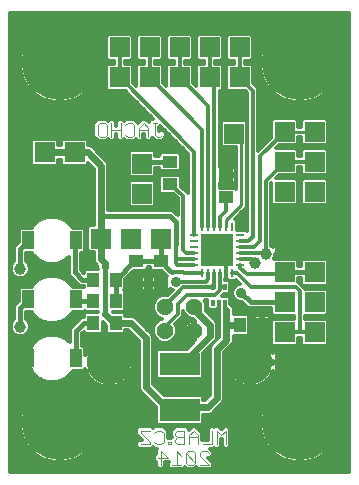
<source format=gbr>
G75*
G70*
%OFA0B0*%
%FSLAX24Y24*%
%IPPOS*%
%LPD*%
%AMOC8*
5,1,8,0,0,1.08239X$1,22.5*
%
%ADD10C,0.0040*%
%ADD11R,0.0413X0.0591*%
%ADD12R,0.0138X0.0217*%
%ADD13R,0.0098X0.0276*%
%ADD14R,0.0276X0.0098*%
%ADD15R,0.1063X0.1063*%
%ADD16C,0.0562*%
%ADD17C,0.1500*%
%ADD18R,0.1339X0.0748*%
%ADD19R,0.0390X0.0510*%
%ADD20R,0.0510X0.0390*%
%ADD21R,0.0650X0.0650*%
%ADD22C,0.2540*%
%ADD23C,0.0120*%
%ADD24C,0.0357*%
%ADD25C,0.0100*%
%ADD26C,0.0240*%
%ADD27C,0.0160*%
%ADD28C,0.0396*%
D10*
X005113Y001680D02*
X005420Y001680D01*
X005420Y001757D01*
X005113Y002064D01*
X005113Y002140D01*
X005420Y002140D01*
X005574Y002064D02*
X005651Y002140D01*
X005804Y002140D01*
X005881Y002064D01*
X005881Y001757D01*
X005804Y001680D01*
X005651Y001680D01*
X005574Y001757D01*
X005779Y001453D02*
X006009Y001223D01*
X005702Y001223D01*
X005779Y000993D02*
X005779Y001453D01*
X006034Y001680D02*
X006111Y001680D01*
X006111Y001757D01*
X006034Y001757D01*
X006034Y001680D01*
X006264Y001757D02*
X006341Y001680D01*
X006571Y001680D01*
X006571Y002140D01*
X006341Y002140D01*
X006264Y002064D01*
X006264Y001987D01*
X006341Y001910D01*
X006571Y001910D01*
X006725Y001910D02*
X007032Y001910D01*
X007032Y001987D02*
X006878Y002140D01*
X006725Y001987D01*
X006725Y001680D01*
X006699Y001453D02*
X006623Y001376D01*
X006930Y001069D01*
X006853Y000993D01*
X006699Y000993D01*
X006623Y001069D01*
X006623Y001376D01*
X006699Y001453D02*
X006853Y001453D01*
X006930Y001376D01*
X006930Y001069D01*
X007083Y000993D02*
X007390Y000993D01*
X007083Y001299D01*
X007083Y001376D01*
X007160Y001453D01*
X007313Y001453D01*
X007390Y001376D01*
X007492Y001680D02*
X007185Y001680D01*
X007032Y001680D02*
X007032Y001987D01*
X007492Y002140D02*
X007492Y001680D01*
X007646Y001680D02*
X007646Y002140D01*
X007799Y001987D01*
X007953Y002140D01*
X007953Y001680D01*
X006469Y001299D02*
X006316Y001453D01*
X006316Y000993D01*
X006469Y000993D02*
X006162Y000993D01*
X006264Y001757D02*
X006264Y001833D01*
X006341Y001910D01*
X005751Y011930D02*
X005674Y011930D01*
X005597Y012007D01*
X005597Y012390D01*
X005521Y012390D02*
X005674Y012390D01*
X005367Y012237D02*
X005367Y011930D01*
X005367Y012160D02*
X005060Y012160D01*
X005060Y012237D02*
X005060Y011930D01*
X004907Y012007D02*
X004830Y011930D01*
X004677Y011930D01*
X004600Y012007D01*
X004446Y011930D02*
X004446Y012390D01*
X004600Y012314D02*
X004677Y012390D01*
X004830Y012390D01*
X004907Y012314D01*
X004907Y012007D01*
X005060Y012237D02*
X005214Y012390D01*
X005367Y012237D01*
X005751Y011930D02*
X005828Y012007D01*
X004446Y012160D02*
X004139Y012160D01*
X003986Y012007D02*
X003909Y011930D01*
X003756Y011930D01*
X003679Y012007D01*
X003679Y012314D01*
X003756Y012390D01*
X003909Y012390D01*
X003986Y012314D01*
X003986Y012007D01*
X004139Y011930D02*
X004139Y012390D01*
D11*
X002947Y008481D03*
X001373Y008481D03*
X001373Y006512D03*
X002947Y006512D03*
X002947Y004544D03*
X001373Y004544D03*
D12*
X007526Y006394D03*
X007723Y006394D03*
X007919Y006394D03*
X007919Y006926D03*
X007526Y006926D03*
D13*
X007562Y007382D03*
X007758Y007382D03*
X007955Y007382D03*
X008152Y007382D03*
X007365Y007382D03*
X007168Y007382D03*
X007168Y008938D03*
X007365Y008938D03*
X007562Y008938D03*
X007758Y008938D03*
X007955Y008938D03*
X008152Y008938D03*
D14*
X008438Y008652D03*
X008438Y008455D03*
X008438Y008258D03*
X008438Y008062D03*
X008438Y007865D03*
X008438Y007668D03*
X006882Y007668D03*
X006882Y007865D03*
X006882Y008062D03*
X006882Y008258D03*
X006882Y008455D03*
X006882Y008652D03*
D15*
X007660Y008160D03*
D16*
X006902Y006260D03*
X006902Y005473D03*
X005918Y005473D03*
X005918Y006260D03*
D17*
X004048Y004410D03*
X008772Y004410D03*
D18*
X006410Y004365D03*
X006410Y002830D03*
D19*
X008411Y005660D03*
X009159Y005660D03*
X004284Y005723D03*
X004284Y006473D03*
X004284Y007160D03*
X003536Y007160D03*
X003536Y006473D03*
X003536Y005723D03*
D20*
X004973Y007036D03*
X004973Y007784D03*
X005785Y007784D03*
X005785Y007036D03*
X007973Y009911D03*
X007973Y010659D03*
X006098Y010348D03*
X006098Y011097D03*
D21*
X005160Y011035D03*
X005160Y010035D03*
X004785Y008535D03*
X003785Y008535D03*
X002910Y010410D03*
X002910Y011410D03*
X002910Y012410D03*
X001910Y012410D03*
X001910Y011410D03*
X001910Y010410D03*
X004410Y013910D03*
X004410Y014910D03*
X005410Y014910D03*
X005410Y013910D03*
X006410Y013910D03*
X006410Y014910D03*
X007410Y014910D03*
X007410Y013910D03*
X008410Y013910D03*
X008410Y014910D03*
X009910Y012098D03*
X009910Y011098D03*
X009910Y010098D03*
X010910Y010098D03*
X010910Y011098D03*
X010910Y012098D03*
X008223Y012035D03*
X009910Y008410D03*
X009910Y007410D03*
X009910Y006410D03*
X009910Y005410D03*
X009910Y004410D03*
X010910Y004410D03*
X010910Y005410D03*
X010910Y006410D03*
X010910Y007410D03*
X010910Y008410D03*
X005785Y008535D03*
D22*
X002410Y014410D03*
X010410Y014410D03*
X010410Y002410D03*
X002410Y002410D03*
D23*
X000770Y000770D02*
X000770Y016050D01*
X012050Y016050D01*
X012050Y000770D01*
X000770Y000770D01*
X000770Y000884D02*
X005689Y000884D01*
X005721Y000853D02*
X005837Y000853D01*
X005919Y000935D01*
X005919Y001083D01*
X006054Y001083D01*
X006022Y001050D01*
X006022Y000935D01*
X006104Y000853D01*
X006527Y000853D01*
X006584Y000910D01*
X006588Y000906D01*
X006641Y000853D01*
X006911Y000853D01*
X006968Y000910D01*
X007025Y000853D01*
X007448Y000853D01*
X007530Y000935D01*
X007530Y001050D01*
X007344Y001236D01*
X007448Y001236D01*
X007530Y001318D01*
X007530Y001434D01*
X007453Y001511D01*
X007425Y001539D01*
X007424Y001540D01*
X007550Y001540D01*
X007569Y001559D01*
X007588Y001540D01*
X007704Y001540D01*
X007786Y001622D01*
X007786Y001847D01*
X007813Y001847D01*
X007813Y001622D01*
X007895Y001540D01*
X008010Y001540D01*
X008092Y001622D01*
X008092Y002198D01*
X008091Y002200D01*
X008010Y002280D01*
X007895Y002280D01*
X007893Y002279D01*
X007813Y002198D01*
X007799Y002185D01*
X007786Y002198D01*
X007704Y002280D01*
X007588Y002280D01*
X007569Y002262D01*
X007550Y002280D01*
X007434Y002280D01*
X007352Y002198D01*
X007352Y001820D01*
X007172Y001820D01*
X007172Y002045D01*
X007090Y002127D01*
X007090Y002127D01*
X007018Y002198D01*
X006936Y002280D01*
X006820Y002280D01*
X006711Y002171D01*
X006711Y002198D01*
X006629Y002280D01*
X006283Y002280D01*
X006206Y002204D01*
X006124Y002122D01*
X006124Y001929D01*
X006143Y001910D01*
X006130Y001897D01*
X006021Y001897D01*
X006021Y002122D01*
X005967Y002175D01*
X005944Y002198D01*
X005944Y002198D01*
X005916Y002227D01*
X005862Y002280D01*
X005593Y002280D01*
X005535Y002223D01*
X005478Y002280D01*
X005055Y002280D01*
X004973Y002198D01*
X004973Y002006D01*
X005159Y001820D01*
X005055Y001820D01*
X004973Y001738D01*
X004973Y001622D01*
X005055Y001540D01*
X005478Y001540D01*
X005535Y001597D01*
X005540Y001592D01*
X005593Y001540D01*
X005668Y001540D01*
X005640Y001512D01*
X005639Y001511D01*
X005639Y001357D01*
X005562Y001281D01*
X005562Y001165D01*
X005639Y001088D01*
X005639Y000935D01*
X005721Y000853D01*
X005868Y000884D02*
X006073Y000884D01*
X006022Y001003D02*
X005919Y001003D01*
X005639Y001003D02*
X000770Y001003D01*
X000770Y001121D02*
X002078Y001121D01*
X002086Y001118D02*
X002215Y001093D01*
X002345Y001080D01*
X002350Y001080D01*
X002350Y002350D01*
X002470Y002350D01*
X002470Y002470D01*
X003740Y002470D01*
X003740Y002475D01*
X003727Y002605D01*
X003702Y002734D01*
X003664Y002859D01*
X003614Y002979D01*
X003552Y003095D01*
X003480Y003203D01*
X003397Y003304D01*
X003304Y003397D01*
X003203Y003480D01*
X003095Y003552D01*
X002979Y003614D01*
X002859Y003664D01*
X002734Y003702D01*
X002605Y003727D01*
X002475Y003740D01*
X002470Y003740D01*
X002470Y002470D01*
X002350Y002470D01*
X002350Y003740D01*
X002345Y003740D01*
X002215Y003727D01*
X002086Y003702D01*
X001961Y003664D01*
X001841Y003614D01*
X001725Y003552D01*
X001617Y003480D01*
X001516Y003397D01*
X001423Y003304D01*
X001340Y003203D01*
X001268Y003095D01*
X001206Y002979D01*
X001156Y002859D01*
X001118Y002734D01*
X001093Y002605D01*
X001080Y002475D01*
X001080Y002470D01*
X002350Y002470D01*
X002350Y002350D01*
X001080Y002350D01*
X001080Y002345D01*
X001093Y002215D01*
X001118Y002086D01*
X001156Y001961D01*
X001206Y001841D01*
X001268Y001725D01*
X001340Y001617D01*
X001423Y001516D01*
X001516Y001423D01*
X001617Y001340D01*
X001725Y001268D01*
X001841Y001206D01*
X001961Y001156D01*
X002086Y001118D01*
X002350Y001121D02*
X002470Y001121D01*
X002470Y001080D02*
X002475Y001080D01*
X002605Y001093D01*
X002734Y001118D01*
X002859Y001156D01*
X002979Y001206D01*
X003095Y001268D01*
X003203Y001340D01*
X003304Y001423D01*
X003397Y001516D01*
X003480Y001617D01*
X003552Y001725D01*
X003614Y001841D01*
X003664Y001961D01*
X003702Y002086D01*
X003727Y002215D01*
X003740Y002345D01*
X003740Y002350D01*
X002470Y002350D01*
X002470Y001080D01*
X002470Y001240D02*
X002350Y001240D01*
X002350Y001358D02*
X002470Y001358D01*
X002470Y001477D02*
X002350Y001477D01*
X002350Y001595D02*
X002470Y001595D01*
X002470Y001714D02*
X002350Y001714D01*
X002350Y001832D02*
X002470Y001832D01*
X002470Y001951D02*
X002350Y001951D01*
X002350Y002069D02*
X002470Y002069D01*
X002470Y002188D02*
X002350Y002188D01*
X002350Y002306D02*
X002470Y002306D01*
X002470Y002425D02*
X005621Y002425D01*
X005621Y002406D02*
X005691Y002336D01*
X007129Y002336D01*
X007199Y002406D01*
X007199Y002670D01*
X007395Y002670D01*
X007483Y002707D01*
X007551Y002774D01*
X007863Y003087D01*
X007900Y003175D01*
X007900Y004748D01*
X008055Y004903D01*
X008108Y004957D01*
X008176Y005024D01*
X008212Y005112D01*
X008212Y005285D01*
X008656Y005285D01*
X008726Y005355D01*
X008726Y005965D01*
X008656Y006035D01*
X008212Y006035D01*
X008212Y006208D01*
X008176Y006296D01*
X008108Y006363D01*
X008108Y006364D02*
X008108Y006552D01*
X008038Y006623D01*
X007815Y006623D01*
X007890Y006697D01*
X008038Y006697D01*
X008108Y006768D01*
X008108Y007084D01*
X008067Y007125D01*
X008251Y007125D01*
X008283Y007157D01*
X008420Y007021D01*
X008413Y007021D01*
X008303Y006975D01*
X008220Y006892D01*
X008174Y006782D01*
X008174Y006663D01*
X008220Y006553D01*
X008303Y006470D01*
X008413Y006424D01*
X008488Y006424D01*
X008702Y006210D01*
X009465Y006210D01*
X009465Y006035D01*
X009535Y005965D01*
X010230Y005965D01*
X010230Y005855D01*
X009535Y005855D01*
X009465Y005785D01*
X009465Y005035D01*
X009535Y004965D01*
X010285Y004965D01*
X010355Y005035D01*
X010355Y005230D01*
X010465Y005230D01*
X010465Y005035D01*
X010535Y004965D01*
X011285Y004965D01*
X011355Y005035D01*
X011355Y005785D01*
X011285Y005855D01*
X010590Y005855D01*
X010590Y005965D01*
X011285Y005965D01*
X011355Y006035D01*
X011355Y006785D01*
X011285Y006855D01*
X010590Y006855D01*
X010590Y006860D01*
X010485Y006965D01*
X010465Y006985D01*
X010360Y007090D01*
X010355Y007090D01*
X010355Y007210D01*
X010465Y007210D01*
X010465Y007035D01*
X010535Y006965D01*
X011285Y006965D01*
X011355Y007035D01*
X011355Y007785D01*
X011285Y007855D01*
X010535Y007855D01*
X010465Y007785D01*
X010465Y007610D01*
X010355Y007610D01*
X010355Y007785D01*
X010285Y007855D01*
X009555Y007855D01*
X009603Y007972D01*
X009603Y008025D01*
X009882Y008025D01*
X009882Y008382D01*
X009525Y008382D01*
X009525Y008245D01*
X009465Y008305D01*
X009465Y010398D01*
X009465Y009723D01*
X009535Y009653D01*
X009465Y009653D01*
X009535Y009653D02*
X010285Y009653D01*
X010535Y009653D01*
X011285Y009653D01*
X012050Y009653D01*
X012050Y009535D02*
X009465Y009535D01*
X009465Y009416D02*
X012050Y009416D01*
X012050Y009298D02*
X009465Y009298D01*
X009465Y009179D02*
X012050Y009179D01*
X012050Y009061D02*
X009465Y009061D01*
X009465Y008942D02*
X012050Y008942D01*
X012050Y008824D02*
X009465Y008824D01*
X009534Y008769D02*
X009525Y008747D01*
X009525Y008438D01*
X009882Y008438D01*
X009882Y008795D01*
X009573Y008795D01*
X009551Y008786D01*
X009534Y008769D01*
X009525Y008705D02*
X009465Y008705D01*
X009465Y008587D02*
X009525Y008587D01*
X009525Y008468D02*
X009465Y008468D01*
X009465Y008350D02*
X009525Y008350D01*
X009465Y008305D02*
X009465Y008305D01*
X009321Y008062D02*
X009285Y008035D01*
X009285Y010473D01*
X009910Y011098D01*
X010910Y011098D01*
X011352Y010720D02*
X012050Y010720D01*
X012050Y010838D02*
X011355Y010838D01*
X011355Y010723D02*
X011285Y010653D01*
X010535Y010653D01*
X010465Y010723D01*
X010465Y010918D01*
X010355Y010918D01*
X010355Y010723D01*
X010285Y010653D01*
X009720Y010653D01*
X009610Y010542D01*
X010285Y010542D01*
X010355Y010472D01*
X010355Y009723D01*
X010285Y009653D01*
X010355Y009772D02*
X010465Y009772D01*
X010465Y009723D02*
X010535Y009653D01*
X010465Y009723D02*
X010465Y010472D01*
X010535Y010542D01*
X011285Y010542D01*
X011355Y010472D01*
X011355Y009723D01*
X011285Y009653D01*
X011355Y009772D02*
X012050Y009772D01*
X012050Y009890D02*
X011355Y009890D01*
X011355Y010009D02*
X012050Y010009D01*
X012050Y010127D02*
X011355Y010127D01*
X011355Y010246D02*
X012050Y010246D01*
X012050Y010364D02*
X011355Y010364D01*
X011345Y010483D02*
X012050Y010483D01*
X012050Y010601D02*
X009668Y010601D01*
X009465Y010398D02*
X009465Y010398D01*
X009465Y010364D02*
X009465Y010364D01*
X009465Y010246D02*
X009465Y010246D01*
X009465Y010127D02*
X009465Y010127D01*
X009465Y010009D02*
X009465Y010009D01*
X009465Y009890D02*
X009465Y009890D01*
X009465Y009772D02*
X009465Y009772D01*
X008668Y009772D02*
X008642Y009772D01*
X008642Y009890D02*
X008668Y009890D01*
X008668Y010009D02*
X008642Y010009D01*
X008642Y010127D02*
X008668Y010127D01*
X008668Y010246D02*
X008642Y010246D01*
X008642Y010364D02*
X008668Y010364D01*
X008668Y010483D02*
X008642Y010483D01*
X008642Y010601D02*
X008668Y010601D01*
X008668Y010720D02*
X008642Y010720D01*
X008642Y010838D02*
X008668Y010838D01*
X008668Y010957D02*
X008642Y010957D01*
X008642Y011075D02*
X008668Y011075D01*
X008668Y011194D02*
X008642Y011194D01*
X008642Y011312D02*
X008668Y011312D01*
X008668Y011431D02*
X008642Y011431D01*
X008642Y011549D02*
X008668Y011549D01*
X008642Y011635D02*
X008667Y011660D01*
X008667Y012410D01*
X008597Y012480D01*
X007848Y012480D01*
X007778Y012410D01*
X007778Y011660D01*
X007848Y011590D01*
X008303Y011590D01*
X008303Y010201D01*
X008277Y010226D01*
X007742Y010226D01*
X007742Y010404D01*
X007935Y010404D01*
X007935Y010622D01*
X008010Y010622D01*
X008010Y010697D01*
X007935Y010697D01*
X007935Y010914D01*
X007742Y010914D01*
X007742Y013465D01*
X007785Y013465D01*
X007855Y013535D01*
X007855Y014285D01*
X007785Y014355D01*
X007590Y014355D01*
X007590Y014465D01*
X007785Y014465D01*
X007855Y014535D01*
X007855Y015285D01*
X007785Y015355D01*
X007035Y015355D01*
X006965Y015285D01*
X006965Y014535D01*
X007035Y014465D01*
X007230Y014465D01*
X007230Y014355D01*
X007035Y014355D01*
X006965Y014285D01*
X006965Y013610D01*
X006855Y013720D01*
X006855Y014285D01*
X006785Y014355D01*
X006590Y014355D01*
X006590Y014465D01*
X006785Y014465D01*
X006855Y014535D01*
X006855Y015285D01*
X006785Y015355D01*
X006035Y015355D01*
X005965Y015285D01*
X005965Y014535D01*
X006035Y014465D01*
X006230Y014465D01*
X006230Y014355D01*
X006035Y014355D01*
X005965Y014285D01*
X005965Y013610D01*
X005855Y013720D01*
X005855Y014285D01*
X005785Y014355D01*
X005590Y014355D01*
X005590Y014465D01*
X005785Y014465D01*
X005855Y014535D01*
X005855Y015285D01*
X005785Y015355D01*
X005035Y015355D01*
X004965Y015285D01*
X004965Y014535D01*
X005035Y014465D01*
X005230Y014465D01*
X005230Y014355D01*
X005035Y014355D01*
X004965Y014285D01*
X004965Y013610D01*
X004855Y013720D01*
X004855Y014285D01*
X004785Y014355D01*
X004590Y014355D01*
X004590Y014465D01*
X004785Y014465D01*
X004855Y014535D01*
X004855Y015285D01*
X004785Y015355D01*
X004035Y015355D01*
X003965Y015285D01*
X003965Y014535D01*
X004035Y014465D01*
X004230Y014465D01*
X004230Y014355D01*
X004035Y014355D01*
X003965Y014285D01*
X003965Y013535D01*
X004035Y013465D01*
X004600Y013465D01*
X005535Y012530D01*
X005463Y012530D01*
X005381Y012448D01*
X005381Y012421D01*
X005354Y012448D01*
X005354Y012448D01*
X005272Y012530D01*
X005156Y012530D01*
X005022Y012397D01*
X004993Y012425D01*
X004970Y012448D01*
X004970Y012448D01*
X004942Y012477D01*
X004888Y012530D01*
X004619Y012530D01*
X004561Y012473D01*
X004504Y012530D01*
X004388Y012530D01*
X004306Y012448D01*
X004306Y012300D01*
X004279Y012300D01*
X004279Y012448D01*
X004197Y012530D01*
X004081Y012530D01*
X004024Y012473D01*
X004021Y012477D01*
X003967Y012530D01*
X003698Y012530D01*
X003539Y012372D01*
X003539Y011949D01*
X003591Y011897D01*
X003621Y011867D01*
X003646Y011842D01*
X003698Y011790D01*
X003967Y011790D01*
X004024Y011847D01*
X004081Y011790D01*
X004197Y011790D01*
X004279Y011872D01*
X004279Y012020D01*
X004306Y012020D01*
X004306Y011872D01*
X004388Y011790D01*
X004504Y011790D01*
X004561Y011847D01*
X004566Y011842D01*
X004619Y011790D01*
X004888Y011790D01*
X004945Y011847D01*
X005002Y011790D01*
X005118Y011790D01*
X005200Y011872D01*
X005200Y012020D01*
X005227Y012020D01*
X005227Y011872D01*
X005309Y011790D01*
X005425Y011790D01*
X005507Y011872D01*
X005507Y011899D01*
X005509Y011897D01*
X005539Y011867D01*
X005564Y011842D01*
X005616Y011790D01*
X005809Y011790D01*
X005891Y011872D01*
X005967Y011949D01*
X005967Y012065D01*
X005885Y012147D01*
X005770Y012147D01*
X005737Y012115D01*
X005737Y012256D01*
X005774Y012292D01*
X006702Y011363D01*
X006702Y010065D01*
X006658Y010104D01*
X006610Y010152D01*
X006602Y010152D01*
X006472Y010263D01*
X006472Y010593D01*
X006402Y010663D01*
X005793Y010663D01*
X005723Y010593D01*
X005723Y010104D01*
X005793Y010033D01*
X006187Y010033D01*
X006355Y009889D01*
X006355Y009310D01*
X006297Y009368D01*
X006180Y009485D01*
X004025Y009485D01*
X004025Y011020D01*
X003988Y011108D01*
X003546Y011551D01*
X003546Y011551D01*
X003483Y011613D01*
X003395Y011650D01*
X003355Y011650D01*
X003355Y011785D01*
X003285Y011855D01*
X002535Y011855D01*
X002465Y011785D01*
X002465Y011650D01*
X002355Y011650D01*
X002355Y011785D01*
X002285Y011855D01*
X001535Y011855D01*
X001465Y011785D01*
X001465Y011035D01*
X001535Y010965D01*
X002285Y010965D01*
X002355Y011035D01*
X002355Y011170D01*
X002465Y011170D01*
X002465Y011035D01*
X002535Y010965D01*
X003285Y010965D01*
X003355Y011035D01*
X003355Y011063D01*
X003545Y010873D01*
X003545Y008980D01*
X003410Y008980D01*
X003340Y008910D01*
X003340Y008160D01*
X003410Y008090D01*
X003545Y008090D01*
X003545Y007800D01*
X003582Y007712D01*
X003670Y007623D01*
X003670Y007550D01*
X003676Y007535D01*
X003291Y007535D01*
X003221Y007465D01*
X003221Y007382D01*
X003110Y007493D01*
X003110Y008066D01*
X003204Y008066D01*
X003274Y008136D01*
X003274Y008826D01*
X003204Y008896D01*
X002845Y008896D01*
X002831Y008929D01*
X002608Y009152D01*
X002317Y009272D01*
X002003Y009272D01*
X001712Y009152D01*
X001489Y008929D01*
X001475Y008896D01*
X001116Y008896D01*
X001046Y008826D01*
X001046Y008437D01*
X000898Y008289D01*
X000898Y007785D01*
X000828Y007715D01*
X000779Y007598D01*
X000779Y007472D01*
X000828Y007355D01*
X000917Y007265D01*
X001034Y007217D01*
X001161Y007217D01*
X001278Y007265D01*
X001367Y007355D01*
X001416Y007472D01*
X001416Y007598D01*
X001367Y007715D01*
X001297Y007785D01*
X001297Y008066D01*
X001475Y008066D01*
X001489Y008033D01*
X001712Y007810D01*
X002003Y007689D01*
X002317Y007689D01*
X002608Y007810D01*
X002710Y007912D01*
X002710Y007327D01*
X002827Y007210D01*
X003077Y006960D01*
X003221Y006960D01*
X003221Y006910D01*
X003204Y006928D01*
X002845Y006928D01*
X002831Y006961D01*
X002608Y007183D01*
X002317Y007304D01*
X002003Y007304D01*
X001712Y007183D01*
X001489Y006961D01*
X001475Y006928D01*
X001116Y006928D01*
X001046Y006857D01*
X001046Y006469D01*
X000898Y006320D01*
X000898Y005847D01*
X000828Y005778D01*
X000779Y005661D01*
X000779Y005534D01*
X000828Y005417D01*
X000917Y005328D01*
X001034Y005279D01*
X001161Y005279D01*
X001278Y005328D01*
X001367Y005417D01*
X001416Y005534D01*
X001416Y005661D01*
X001367Y005778D01*
X001297Y005847D01*
X001297Y006097D01*
X001475Y006097D01*
X001489Y006064D01*
X001712Y005841D01*
X002003Y005721D01*
X002317Y005721D01*
X002608Y005841D01*
X002831Y006064D01*
X002845Y006097D01*
X003204Y006097D01*
X003248Y006141D01*
X003291Y006098D01*
X003205Y006098D01*
X003221Y006027D02*
X003221Y005922D01*
X003140Y005922D01*
X003023Y005805D01*
X002747Y005530D01*
X002747Y005076D01*
X002608Y005215D01*
X002317Y005335D01*
X002003Y005335D01*
X001712Y005215D01*
X001489Y004992D01*
X001450Y004899D01*
X001416Y004899D01*
X001416Y004816D01*
X001369Y004701D01*
X001369Y004587D01*
X001329Y004587D01*
X001329Y004501D01*
X001106Y004501D01*
X001106Y004237D01*
X001115Y004215D01*
X001132Y004198D01*
X001154Y004189D01*
X001329Y004189D01*
X001329Y004501D01*
X001369Y004501D01*
X001369Y004386D01*
X001416Y004272D01*
X001416Y004189D01*
X001450Y004189D01*
X001489Y004096D01*
X001712Y003873D01*
X002003Y003752D01*
X002317Y003752D01*
X002608Y003873D01*
X002831Y004096D01*
X002845Y004129D01*
X003204Y004129D01*
X003268Y004192D01*
X003279Y004149D01*
X003320Y004051D01*
X003373Y003959D01*
X003437Y003875D01*
X003513Y003800D01*
X003597Y003735D01*
X003689Y003682D01*
X003787Y003641D01*
X003889Y003614D01*
X003988Y003601D01*
X003988Y004350D01*
X004108Y004350D01*
X004108Y004470D01*
X004857Y004470D01*
X004844Y004568D01*
X004816Y004671D01*
X004776Y004769D01*
X004723Y004861D01*
X004658Y004945D01*
X004583Y005020D01*
X004499Y005085D01*
X004407Y005138D01*
X004309Y005179D01*
X004206Y005206D01*
X004108Y005219D01*
X004108Y004470D01*
X003988Y004470D01*
X003988Y005219D01*
X003889Y005206D01*
X003787Y005179D01*
X003689Y005138D01*
X003597Y005085D01*
X003513Y005020D01*
X003437Y004945D01*
X003373Y004861D01*
X003320Y004769D01*
X003279Y004671D01*
X003274Y004652D01*
X003274Y004889D01*
X003204Y004959D01*
X003147Y004959D01*
X003147Y005365D01*
X003221Y005438D01*
X003221Y005418D01*
X003291Y005348D01*
X003781Y005348D01*
X003851Y005418D01*
X003851Y005755D01*
X003969Y005637D01*
X003969Y005418D01*
X004039Y005348D01*
X004529Y005348D01*
X004599Y005418D01*
X004599Y005483D01*
X004686Y005483D01*
X005045Y005123D01*
X005045Y003550D01*
X005082Y003462D01*
X005149Y003394D01*
X005621Y002922D01*
X005621Y002406D01*
X005621Y002543D02*
X003733Y002543D01*
X003716Y002662D02*
X005621Y002662D01*
X005621Y002780D02*
X003688Y002780D01*
X003647Y002899D02*
X005621Y002899D01*
X005526Y003017D02*
X003594Y003017D01*
X003525Y003136D02*
X005408Y003136D01*
X005289Y003254D02*
X003438Y003254D01*
X003328Y003373D02*
X005171Y003373D01*
X005069Y003491D02*
X003186Y003491D01*
X002987Y003610D02*
X003922Y003610D01*
X003988Y003610D02*
X004108Y003610D01*
X004108Y003601D02*
X004206Y003614D01*
X004309Y003641D01*
X004407Y003682D01*
X004499Y003735D01*
X004583Y003800D01*
X004658Y003875D01*
X004723Y003959D01*
X004776Y004051D01*
X004816Y004149D01*
X004844Y004252D01*
X004857Y004350D01*
X004108Y004350D01*
X004108Y003601D01*
X004173Y003610D02*
X005045Y003610D01*
X005045Y003728D02*
X004487Y003728D01*
X004630Y003847D02*
X005045Y003847D01*
X005045Y003965D02*
X004726Y003965D01*
X004789Y004084D02*
X005045Y004084D01*
X005045Y004202D02*
X004831Y004202D01*
X004853Y004321D02*
X005045Y004321D01*
X005045Y004439D02*
X004108Y004439D01*
X004108Y004321D02*
X003988Y004321D01*
X003988Y004202D02*
X004108Y004202D01*
X004108Y004084D02*
X003988Y004084D01*
X003988Y003965D02*
X004108Y003965D01*
X004108Y003847D02*
X003988Y003847D01*
X003988Y003728D02*
X004108Y003728D01*
X003609Y003728D02*
X002597Y003728D01*
X002470Y003728D02*
X002350Y003728D01*
X002350Y003610D02*
X002470Y003610D01*
X002470Y003491D02*
X002350Y003491D01*
X002350Y003373D02*
X002470Y003373D01*
X002470Y003254D02*
X002350Y003254D01*
X002350Y003136D02*
X002470Y003136D01*
X002470Y003017D02*
X002350Y003017D01*
X002350Y002899D02*
X002470Y002899D01*
X002470Y002780D02*
X002350Y002780D01*
X002350Y002662D02*
X002470Y002662D01*
X002470Y002543D02*
X002350Y002543D01*
X002350Y002425D02*
X000770Y002425D01*
X000770Y002543D02*
X001087Y002543D01*
X001104Y002662D02*
X000770Y002662D01*
X000770Y002780D02*
X001132Y002780D01*
X001173Y002899D02*
X000770Y002899D01*
X000770Y003017D02*
X001226Y003017D01*
X001295Y003136D02*
X000770Y003136D01*
X000770Y003254D02*
X001382Y003254D01*
X001492Y003373D02*
X000770Y003373D01*
X000770Y003491D02*
X001634Y003491D01*
X001833Y003610D02*
X000770Y003610D01*
X000770Y003728D02*
X002223Y003728D01*
X002545Y003847D02*
X003466Y003847D01*
X003369Y003965D02*
X002700Y003965D01*
X002819Y004084D02*
X003306Y004084D01*
X003274Y004676D02*
X003281Y004676D01*
X003274Y004795D02*
X003334Y004795D01*
X003413Y004913D02*
X003250Y004913D01*
X003147Y005032D02*
X003527Y005032D01*
X003718Y005150D02*
X003147Y005150D01*
X003147Y005269D02*
X004900Y005269D01*
X004781Y005387D02*
X004568Y005387D01*
X004378Y005150D02*
X005018Y005150D01*
X005045Y005032D02*
X004568Y005032D01*
X004683Y004913D02*
X005045Y004913D01*
X005045Y004795D02*
X004761Y004795D01*
X004814Y004676D02*
X005045Y004676D01*
X005045Y004558D02*
X004845Y004558D01*
X005525Y004558D02*
X005621Y004558D01*
X005621Y004676D02*
X005525Y004676D01*
X005525Y004795D02*
X005626Y004795D01*
X005621Y004789D02*
X005621Y003941D01*
X005691Y003871D01*
X007129Y003871D01*
X007199Y003941D01*
X007199Y004735D01*
X007483Y005019D01*
X007546Y005082D01*
X007613Y005149D01*
X007650Y005237D01*
X007650Y005708D01*
X007613Y005796D01*
X007281Y006128D01*
X007303Y006181D01*
X007303Y006340D01*
X007245Y006480D01*
X007337Y006480D01*
X007337Y006236D01*
X007407Y006166D01*
X007644Y006166D01*
X007704Y006226D01*
X007722Y006226D01*
X007722Y006394D01*
X007723Y006394D01*
X007723Y006226D01*
X007739Y006226D01*
X007739Y006224D01*
X007733Y006208D01*
X007733Y006146D01*
X007729Y006127D01*
X007733Y006122D01*
X007733Y005259D01*
X007716Y005243D01*
X007716Y005243D01*
X007524Y005051D01*
X007457Y004983D01*
X007420Y004895D01*
X007420Y003322D01*
X007248Y003150D01*
X007199Y003150D01*
X007199Y003254D01*
X007352Y003254D01*
X007420Y003373D02*
X005849Y003373D01*
X005898Y003324D02*
X005525Y003697D01*
X005525Y005270D01*
X005488Y005358D01*
X005421Y005426D01*
X004921Y005926D01*
X004833Y005962D01*
X004599Y005962D01*
X004599Y006027D01*
X004529Y006097D01*
X004187Y006097D01*
X004187Y006098D01*
X004529Y006098D01*
X005551Y006098D01*
X005578Y006033D02*
X005691Y005920D01*
X005820Y005867D01*
X005691Y005813D01*
X005578Y005700D01*
X005517Y005553D01*
X005517Y005393D01*
X005578Y005246D01*
X005691Y005133D01*
X005838Y005072D01*
X005998Y005072D01*
X006145Y005133D01*
X006258Y005246D01*
X006319Y005393D01*
X006319Y005553D01*
X006261Y005694D01*
X006527Y005960D01*
X006527Y006117D01*
X006562Y006033D01*
X006675Y005920D01*
X006822Y005859D01*
X006871Y005859D01*
X006899Y005832D01*
X006933Y005798D01*
X006933Y005504D01*
X006872Y005504D01*
X006872Y005814D01*
X006869Y005814D01*
X006803Y005801D01*
X006741Y005775D01*
X006685Y005738D01*
X006637Y005690D01*
X006600Y005635D01*
X006574Y005572D01*
X006561Y005507D01*
X006561Y005504D01*
X006872Y005504D01*
X006872Y005442D01*
X006933Y005442D01*
X006933Y005147D01*
X006645Y004859D01*
X005691Y004859D01*
X005621Y004789D01*
X005525Y004913D02*
X006699Y004913D01*
X006817Y005032D02*
X005525Y005032D01*
X005525Y005150D02*
X005674Y005150D01*
X005568Y005269D02*
X005525Y005269D01*
X005519Y005387D02*
X005460Y005387D01*
X005517Y005506D02*
X005341Y005506D01*
X005223Y005624D02*
X005546Y005624D01*
X005620Y005743D02*
X005104Y005743D01*
X004986Y005861D02*
X005807Y005861D01*
X005632Y005980D02*
X004599Y005980D01*
X004529Y006098D02*
X004599Y006168D01*
X004599Y006777D01*
X004560Y006816D01*
X004599Y006855D01*
X004599Y007192D01*
X004663Y007256D01*
X004658Y007243D01*
X004658Y007073D01*
X004935Y007073D01*
X004935Y006998D01*
X005010Y006998D01*
X005010Y006781D01*
X005239Y006781D01*
X005261Y006790D01*
X005278Y006807D01*
X005287Y006829D01*
X005287Y006998D01*
X005010Y006998D01*
X005010Y007073D01*
X005287Y007073D01*
X005287Y007243D01*
X005278Y007265D01*
X005261Y007282D01*
X005239Y007291D01*
X005010Y007291D01*
X005010Y007073D01*
X004935Y007073D01*
X004935Y007291D01*
X004706Y007291D01*
X004692Y007286D01*
X004876Y007469D01*
X005277Y007469D01*
X005347Y007539D01*
X005347Y007584D01*
X005410Y007584D01*
X005410Y007539D01*
X005480Y007469D01*
X005817Y007469D01*
X005897Y007390D01*
X005995Y007291D01*
X005823Y007291D01*
X005823Y007073D01*
X005747Y007073D01*
X005747Y006998D01*
X005823Y006998D01*
X005823Y006781D01*
X006052Y006781D01*
X006074Y006790D01*
X006091Y006807D01*
X006100Y006829D01*
X006100Y006860D01*
X006116Y006845D01*
X006186Y006816D01*
X006022Y006651D01*
X005998Y006661D01*
X005838Y006661D01*
X005691Y006600D01*
X005578Y006488D01*
X005517Y006340D01*
X005517Y006181D01*
X005578Y006033D01*
X005517Y006217D02*
X004599Y006217D01*
X004599Y006335D02*
X005517Y006335D01*
X005564Y006454D02*
X004599Y006454D01*
X004599Y006572D02*
X005662Y006572D01*
X005747Y006781D02*
X005518Y006781D01*
X005496Y006790D01*
X005479Y006807D01*
X005470Y006829D01*
X005470Y006998D01*
X005747Y006998D01*
X005747Y006781D01*
X005747Y006809D02*
X005823Y006809D01*
X005823Y006928D02*
X005747Y006928D01*
X005747Y007046D02*
X005010Y007046D01*
X004935Y007046D02*
X004599Y007046D01*
X004658Y006998D02*
X004658Y006829D01*
X004667Y006807D01*
X004684Y006790D01*
X004706Y006781D01*
X004935Y006781D01*
X004935Y006998D01*
X004658Y006998D01*
X004658Y006928D02*
X004599Y006928D01*
X004567Y006809D02*
X004666Y006809D01*
X004599Y006691D02*
X006061Y006691D01*
X006092Y006809D02*
X006179Y006809D01*
X006285Y007098D02*
X007285Y007098D01*
X007365Y007177D01*
X007365Y007382D01*
X007562Y007382D02*
X007562Y007024D01*
X007562Y006899D01*
X007526Y006926D01*
X007447Y006910D01*
X006535Y006910D01*
X005918Y006293D01*
X005918Y006260D01*
X006348Y006348D02*
X006348Y006035D01*
X005918Y005605D01*
X005918Y005473D01*
X006289Y005624D02*
X006595Y005624D01*
X006561Y005506D02*
X006319Y005506D01*
X006316Y005387D02*
X006571Y005387D01*
X006574Y005373D02*
X006600Y005311D01*
X006637Y005256D01*
X006685Y005208D01*
X006741Y005171D01*
X006803Y005145D01*
X006869Y005132D01*
X006872Y005132D01*
X006872Y005442D01*
X006561Y005442D01*
X006561Y005439D01*
X006574Y005373D01*
X006629Y005269D02*
X006267Y005269D01*
X006162Y005150D02*
X006791Y005150D01*
X006872Y005150D02*
X006933Y005150D01*
X006933Y005269D02*
X006872Y005269D01*
X006872Y005387D02*
X006933Y005387D01*
X006933Y005506D02*
X006872Y005506D01*
X006872Y005624D02*
X006933Y005624D01*
X006933Y005743D02*
X006872Y005743D01*
X006818Y005861D02*
X006428Y005861D01*
X006527Y005980D02*
X006616Y005980D01*
X006535Y006098D02*
X006527Y006098D01*
X006348Y006348D02*
X006660Y006660D01*
X007598Y006660D01*
X007758Y006821D01*
X007758Y006910D01*
X007774Y006926D01*
X007919Y006926D01*
X007758Y006910D02*
X007758Y006973D01*
X007758Y007382D01*
X007955Y007382D02*
X007955Y007185D01*
X007938Y007185D01*
X007938Y007154D01*
X008024Y007154D01*
X007993Y007185D01*
X007955Y007185D01*
X007955Y007382D01*
X007955Y007382D01*
X007955Y007865D01*
X007660Y008160D01*
X007168Y007382D02*
X006563Y007382D01*
X006535Y007410D01*
X006159Y007410D01*
X005885Y007402D02*
X004808Y007402D01*
X004935Y007283D02*
X005010Y007283D01*
X005010Y007165D02*
X004935Y007165D01*
X004935Y006928D02*
X005010Y006928D01*
X005010Y006809D02*
X004935Y006809D01*
X005279Y006809D02*
X005478Y006809D01*
X005470Y006928D02*
X005287Y006928D01*
X005287Y007165D02*
X005470Y007165D01*
X005470Y007243D02*
X005470Y007073D01*
X005747Y007073D01*
X005747Y007291D01*
X005518Y007291D01*
X005496Y007282D01*
X005479Y007265D01*
X005470Y007243D01*
X005499Y007283D02*
X005259Y007283D01*
X005328Y007520D02*
X005429Y007520D01*
X005747Y007283D02*
X005823Y007283D01*
X005823Y007165D02*
X005747Y007165D01*
X006285Y007723D02*
X006285Y007910D01*
X006330Y007865D01*
X006882Y007865D01*
X006882Y008062D02*
X006633Y008062D01*
X006535Y008160D01*
X006535Y009972D01*
X006098Y010348D01*
X006216Y010009D02*
X005605Y010009D01*
X005605Y010127D02*
X005723Y010127D01*
X005723Y010246D02*
X005605Y010246D01*
X005605Y010364D02*
X005723Y010364D01*
X005723Y010483D02*
X004025Y010483D01*
X004025Y010601D02*
X004774Y010601D01*
X004785Y010590D02*
X005535Y010590D01*
X005605Y010660D01*
X005605Y010897D01*
X005723Y010897D01*
X005723Y010852D01*
X005793Y010782D01*
X006402Y010782D01*
X006472Y010852D01*
X006472Y011341D01*
X006402Y011412D01*
X005793Y011412D01*
X005723Y011341D01*
X005723Y011297D01*
X005605Y011297D01*
X005605Y011410D01*
X005535Y011480D01*
X004785Y011480D01*
X004715Y011410D01*
X004715Y010660D01*
X004785Y010590D01*
X004785Y010480D02*
X004715Y010410D01*
X004715Y009660D01*
X004785Y009590D01*
X005535Y009590D01*
X005605Y009660D01*
X005605Y010410D01*
X005535Y010480D01*
X004785Y010480D01*
X004715Y010364D02*
X004025Y010364D01*
X004025Y010246D02*
X004715Y010246D01*
X004715Y010127D02*
X004025Y010127D01*
X004025Y010009D02*
X004715Y010009D01*
X004715Y009890D02*
X004025Y009890D01*
X004025Y009772D02*
X004715Y009772D01*
X004722Y009653D02*
X004025Y009653D01*
X004025Y009535D02*
X006355Y009535D01*
X006355Y009653D02*
X005598Y009653D01*
X005605Y009772D02*
X006355Y009772D01*
X006354Y009890D02*
X005605Y009890D01*
X005546Y010601D02*
X005730Y010601D01*
X005605Y010720D02*
X006702Y010720D01*
X006702Y010838D02*
X006459Y010838D01*
X006472Y010957D02*
X006702Y010957D01*
X006702Y011075D02*
X006472Y011075D01*
X006472Y011194D02*
X006702Y011194D01*
X006702Y011312D02*
X006472Y011312D01*
X006635Y011431D02*
X005584Y011431D01*
X005605Y011312D02*
X005723Y011312D01*
X005736Y010838D02*
X005605Y010838D01*
X006465Y010601D02*
X006702Y010601D01*
X006702Y010483D02*
X006472Y010483D01*
X006472Y010364D02*
X006702Y010364D01*
X006702Y010246D02*
X006493Y010246D01*
X006634Y010127D02*
X006702Y010127D01*
X006355Y009416D02*
X006249Y009416D01*
X006882Y008652D02*
X006882Y011438D01*
X004410Y013910D01*
X004410Y014910D01*
X004799Y015341D02*
X005021Y015341D01*
X004965Y015223D02*
X004855Y015223D01*
X004855Y015104D02*
X004965Y015104D01*
X004965Y014986D02*
X004855Y014986D01*
X004855Y014867D02*
X004965Y014867D01*
X004965Y014749D02*
X004855Y014749D01*
X004855Y014630D02*
X004965Y014630D01*
X004989Y014512D02*
X004831Y014512D01*
X004855Y014275D02*
X004965Y014275D01*
X004965Y014156D02*
X004855Y014156D01*
X004855Y014038D02*
X004965Y014038D01*
X004965Y013919D02*
X004855Y013919D01*
X004855Y013801D02*
X004965Y013801D01*
X004965Y013682D02*
X004893Y013682D01*
X004620Y013445D02*
X003326Y013445D01*
X003304Y013423D02*
X003397Y013516D01*
X003480Y013617D01*
X003552Y013725D01*
X003614Y013841D01*
X003664Y013961D01*
X003702Y014086D01*
X003727Y014215D01*
X003740Y014345D01*
X003740Y014350D01*
X002470Y014350D01*
X002470Y014470D01*
X003740Y014470D01*
X003740Y014475D01*
X003727Y014605D01*
X003702Y014734D01*
X003664Y014859D01*
X003614Y014979D01*
X003552Y015095D01*
X003480Y015203D01*
X003397Y015304D01*
X003304Y015397D01*
X003203Y015480D01*
X003095Y015552D01*
X002979Y015614D01*
X002859Y015664D01*
X002734Y015702D01*
X002605Y015727D01*
X002475Y015740D01*
X002470Y015740D01*
X002470Y014470D01*
X002350Y014470D01*
X002350Y015740D01*
X002345Y015740D01*
X002215Y015727D01*
X002086Y015702D01*
X001961Y015664D01*
X001841Y015614D01*
X001725Y015552D01*
X001617Y015480D01*
X001516Y015397D01*
X001423Y015304D01*
X001340Y015203D01*
X001268Y015095D01*
X001206Y014979D01*
X001156Y014859D01*
X001118Y014734D01*
X001093Y014605D01*
X001080Y014475D01*
X001080Y014470D01*
X002350Y014470D01*
X002350Y014350D01*
X002470Y014350D01*
X002470Y013080D01*
X002475Y013080D01*
X002605Y013093D01*
X002734Y013118D01*
X002859Y013156D01*
X002979Y013206D01*
X003095Y013268D01*
X003203Y013340D01*
X003304Y013423D01*
X003182Y013327D02*
X004739Y013327D01*
X004857Y013208D02*
X002983Y013208D01*
X002938Y012795D02*
X002938Y012438D01*
X002882Y012438D01*
X002882Y012795D01*
X002573Y012795D01*
X002551Y012786D01*
X002534Y012769D01*
X002525Y012747D01*
X002525Y012438D01*
X002882Y012438D01*
X002882Y012382D01*
X002938Y012382D01*
X002938Y012438D01*
X003295Y012438D01*
X003295Y012747D01*
X003286Y012769D01*
X003269Y012786D01*
X003247Y012795D01*
X002938Y012795D01*
X002938Y012734D02*
X002882Y012734D01*
X002882Y012616D02*
X002938Y012616D01*
X002938Y012497D02*
X002882Y012497D01*
X002882Y012382D02*
X002525Y012382D01*
X002525Y012073D01*
X002534Y012051D01*
X002551Y012034D01*
X002573Y012025D01*
X002882Y012025D01*
X002882Y012382D01*
X002882Y012379D02*
X002938Y012379D01*
X002938Y012382D02*
X002938Y012025D01*
X003247Y012025D01*
X003269Y012034D01*
X003286Y012051D01*
X003295Y012073D01*
X003295Y012382D01*
X002938Y012382D01*
X002938Y012260D02*
X002882Y012260D01*
X002882Y012142D02*
X002938Y012142D01*
X002525Y012142D02*
X002295Y012142D01*
X002295Y012073D02*
X002295Y012382D01*
X001938Y012382D01*
X001938Y012438D01*
X001882Y012438D01*
X001882Y012795D01*
X001573Y012795D01*
X001551Y012786D01*
X001534Y012769D01*
X001525Y012747D01*
X001525Y012438D01*
X001882Y012438D01*
X001882Y012382D01*
X001938Y012382D01*
X001938Y012025D01*
X002247Y012025D01*
X002269Y012034D01*
X002286Y012051D01*
X002295Y012073D01*
X002295Y012260D02*
X002525Y012260D01*
X002525Y012379D02*
X002295Y012379D01*
X002295Y012438D02*
X002295Y012747D01*
X002286Y012769D01*
X002269Y012786D01*
X002247Y012795D01*
X001938Y012795D01*
X001938Y012438D01*
X002295Y012438D01*
X002295Y012497D02*
X002525Y012497D01*
X002525Y012616D02*
X002295Y012616D01*
X002295Y012734D02*
X002525Y012734D01*
X002572Y013090D02*
X004976Y013090D01*
X005094Y012971D02*
X000770Y012971D01*
X000770Y012853D02*
X005213Y012853D01*
X005331Y012734D02*
X003295Y012734D01*
X003295Y012616D02*
X005450Y012616D01*
X005429Y012497D02*
X005305Y012497D01*
X005122Y012497D02*
X004921Y012497D01*
X004585Y012497D02*
X004538Y012497D01*
X004355Y012497D02*
X004231Y012497D01*
X004279Y012379D02*
X004306Y012379D01*
X004048Y012497D02*
X004001Y012497D01*
X003664Y012497D02*
X003295Y012497D01*
X003295Y012379D02*
X003546Y012379D01*
X003539Y012260D02*
X003295Y012260D01*
X003295Y012142D02*
X003539Y012142D01*
X003539Y012023D02*
X000770Y012023D01*
X000770Y011905D02*
X003583Y011905D01*
X003621Y011867D02*
X003621Y011867D01*
X003548Y011549D02*
X006516Y011549D01*
X006398Y011668D02*
X003355Y011668D01*
X003354Y011786D02*
X006279Y011786D01*
X006161Y011905D02*
X005923Y011905D01*
X005967Y012023D02*
X006042Y012023D01*
X005924Y012142D02*
X005891Y012142D01*
X005764Y012142D02*
X005737Y012142D01*
X005742Y012260D02*
X005805Y012260D01*
X005539Y011867D02*
X005539Y011867D01*
X005227Y011905D02*
X005200Y011905D01*
X004736Y011431D02*
X003666Y011431D01*
X003785Y011312D02*
X004715Y011312D01*
X004715Y011194D02*
X003903Y011194D01*
X004002Y011075D02*
X004715Y011075D01*
X004715Y010957D02*
X004025Y010957D01*
X004025Y010838D02*
X004715Y010838D01*
X004715Y010720D02*
X004025Y010720D01*
X003545Y010720D02*
X003295Y010720D01*
X003295Y010747D02*
X003286Y010769D01*
X003269Y010786D01*
X003247Y010795D01*
X002938Y010795D01*
X002938Y010438D01*
X002882Y010438D01*
X002882Y010795D01*
X002573Y010795D01*
X002551Y010786D01*
X002534Y010769D01*
X002525Y010747D01*
X002525Y010438D01*
X002882Y010438D01*
X002882Y010382D01*
X002938Y010382D01*
X002938Y010438D01*
X003295Y010438D01*
X003295Y010747D01*
X003295Y010601D02*
X003545Y010601D01*
X003545Y010483D02*
X003295Y010483D01*
X003295Y010382D02*
X002938Y010382D01*
X002938Y010025D01*
X003247Y010025D01*
X003269Y010034D01*
X003286Y010051D01*
X003295Y010073D01*
X003295Y010382D01*
X003295Y010364D02*
X003545Y010364D01*
X003545Y010246D02*
X003295Y010246D01*
X003295Y010127D02*
X003545Y010127D01*
X003545Y010009D02*
X000770Y010009D01*
X000770Y010127D02*
X001525Y010127D01*
X001525Y010073D02*
X001534Y010051D01*
X001551Y010034D01*
X001573Y010025D01*
X001882Y010025D01*
X001882Y010382D01*
X001938Y010382D01*
X001938Y010438D01*
X001882Y010438D01*
X001882Y010795D01*
X001573Y010795D01*
X001551Y010786D01*
X001534Y010769D01*
X001525Y010747D01*
X001525Y010438D01*
X001882Y010438D01*
X001882Y010382D01*
X001525Y010382D01*
X001525Y010073D01*
X001525Y010246D02*
X000770Y010246D01*
X000770Y010364D02*
X001525Y010364D01*
X001525Y010483D02*
X000770Y010483D01*
X000770Y010601D02*
X001525Y010601D01*
X001525Y010720D02*
X000770Y010720D01*
X000770Y010838D02*
X003545Y010838D01*
X003462Y010957D02*
X000770Y010957D01*
X000770Y011075D02*
X001465Y011075D01*
X001465Y011194D02*
X000770Y011194D01*
X000770Y011312D02*
X001465Y011312D01*
X001465Y011431D02*
X000770Y011431D01*
X000770Y011549D02*
X001465Y011549D01*
X001465Y011668D02*
X000770Y011668D01*
X000770Y011786D02*
X001466Y011786D01*
X001573Y012025D02*
X001551Y012034D01*
X001534Y012051D01*
X001525Y012073D01*
X001525Y012382D01*
X001882Y012382D01*
X001882Y012025D01*
X001573Y012025D01*
X001525Y012142D02*
X000770Y012142D01*
X000770Y012260D02*
X001525Y012260D01*
X001525Y012379D02*
X000770Y012379D01*
X000770Y012497D02*
X001525Y012497D01*
X001525Y012616D02*
X000770Y012616D01*
X000770Y012734D02*
X001525Y012734D01*
X001841Y013206D02*
X001961Y013156D01*
X002086Y013118D01*
X002215Y013093D01*
X002345Y013080D01*
X002350Y013080D01*
X002350Y014350D01*
X001080Y014350D01*
X001080Y014345D01*
X001093Y014215D01*
X001118Y014086D01*
X001156Y013961D01*
X001206Y013841D01*
X001268Y013725D01*
X001340Y013617D01*
X001423Y013516D01*
X001516Y013423D01*
X001617Y013340D01*
X001725Y013268D01*
X001841Y013206D01*
X001837Y013208D02*
X000770Y013208D01*
X000770Y013090D02*
X002248Y013090D01*
X002350Y013090D02*
X002470Y013090D01*
X002470Y013208D02*
X002350Y013208D01*
X002350Y013327D02*
X002470Y013327D01*
X002470Y013445D02*
X002350Y013445D01*
X002350Y013564D02*
X002470Y013564D01*
X002470Y013682D02*
X002350Y013682D01*
X002350Y013801D02*
X002470Y013801D01*
X002470Y013919D02*
X002350Y013919D01*
X002350Y014038D02*
X002470Y014038D01*
X002470Y014156D02*
X002350Y014156D01*
X002350Y014275D02*
X002470Y014275D01*
X002470Y014393D02*
X004230Y014393D01*
X003989Y014512D02*
X003736Y014512D01*
X003722Y014630D02*
X003965Y014630D01*
X003965Y014749D02*
X003697Y014749D01*
X003660Y014867D02*
X003965Y014867D01*
X003965Y014986D02*
X003610Y014986D01*
X003546Y015104D02*
X003965Y015104D01*
X003965Y015223D02*
X003464Y015223D01*
X003360Y015341D02*
X004021Y015341D01*
X003228Y015460D02*
X009592Y015460D01*
X009617Y015480D02*
X009516Y015397D01*
X009423Y015304D01*
X009340Y015203D01*
X009268Y015095D01*
X009206Y014979D01*
X009156Y014859D01*
X009118Y014734D01*
X009093Y014605D01*
X009080Y014475D01*
X009080Y014470D01*
X010350Y014470D01*
X010350Y015740D01*
X010345Y015740D01*
X010215Y015727D01*
X010086Y015702D01*
X009961Y015664D01*
X009841Y015614D01*
X009725Y015552D01*
X009617Y015480D01*
X009774Y015578D02*
X003046Y015578D01*
X002751Y015697D02*
X010069Y015697D01*
X010350Y015697D02*
X010470Y015697D01*
X010475Y015740D02*
X010470Y015740D01*
X010470Y014470D01*
X011740Y014470D01*
X011740Y014475D01*
X011727Y014605D01*
X011702Y014734D01*
X011664Y014859D01*
X011614Y014979D01*
X011552Y015095D01*
X011480Y015203D01*
X011397Y015304D01*
X011304Y015397D01*
X011203Y015480D01*
X011095Y015552D01*
X010979Y015614D01*
X010859Y015664D01*
X010734Y015702D01*
X010605Y015727D01*
X010475Y015740D01*
X010470Y015578D02*
X010350Y015578D01*
X010350Y015460D02*
X010470Y015460D01*
X010470Y015341D02*
X010350Y015341D01*
X010350Y015223D02*
X010470Y015223D01*
X010470Y015104D02*
X010350Y015104D01*
X010350Y014986D02*
X010470Y014986D01*
X010470Y014867D02*
X010350Y014867D01*
X010350Y014749D02*
X010470Y014749D01*
X010470Y014630D02*
X010350Y014630D01*
X010350Y014512D02*
X010470Y014512D01*
X010470Y014470D02*
X010350Y014470D01*
X010350Y014350D01*
X010470Y014350D01*
X010470Y014470D01*
X010470Y014393D02*
X012050Y014393D01*
X012050Y014275D02*
X011733Y014275D01*
X011727Y014215D02*
X011740Y014345D01*
X011740Y014350D01*
X010470Y014350D01*
X010470Y013080D01*
X010475Y013080D01*
X010605Y013093D01*
X010734Y013118D01*
X010859Y013156D01*
X010979Y013206D01*
X011095Y013268D01*
X011203Y013340D01*
X011304Y013423D01*
X011397Y013516D01*
X011480Y013617D01*
X011552Y013725D01*
X011614Y013841D01*
X011664Y013961D01*
X011702Y014086D01*
X011727Y014215D01*
X011716Y014156D02*
X012050Y014156D01*
X012050Y014038D02*
X011687Y014038D01*
X011646Y013919D02*
X012050Y013919D01*
X012050Y013801D02*
X011592Y013801D01*
X011523Y013682D02*
X012050Y013682D01*
X012050Y013564D02*
X011436Y013564D01*
X011326Y013445D02*
X012050Y013445D01*
X012050Y013327D02*
X011182Y013327D01*
X010983Y013208D02*
X012050Y013208D01*
X012050Y013090D02*
X010572Y013090D01*
X010470Y013090D02*
X010350Y013090D01*
X010350Y013080D02*
X010350Y014350D01*
X009080Y014350D01*
X009080Y014345D01*
X009093Y014215D01*
X009118Y014086D01*
X009156Y013961D01*
X009206Y013841D01*
X009268Y013725D01*
X009340Y013617D01*
X009423Y013516D01*
X009516Y013423D01*
X009617Y013340D01*
X009725Y013268D01*
X009841Y013206D01*
X009961Y013156D01*
X010086Y013118D01*
X010215Y013093D01*
X010345Y013080D01*
X010350Y013080D01*
X010248Y013090D02*
X009027Y013090D01*
X009027Y013208D02*
X009837Y013208D01*
X009638Y013327D02*
X009027Y013327D01*
X009027Y013445D02*
X009494Y013445D01*
X009384Y013564D02*
X009011Y013564D01*
X009027Y013547D02*
X008855Y013720D01*
X008855Y014285D01*
X008785Y014355D01*
X008590Y014355D01*
X008590Y014465D01*
X008785Y014465D01*
X008855Y014535D01*
X008855Y015285D01*
X008785Y015355D01*
X008035Y015355D01*
X007965Y015285D01*
X007965Y014535D01*
X008035Y014465D01*
X008230Y014465D01*
X008230Y014355D01*
X008035Y014355D01*
X007965Y014285D01*
X007965Y013535D01*
X008035Y013465D01*
X008600Y013465D01*
X008668Y013398D01*
X008668Y008779D01*
X008625Y008821D01*
X008321Y008821D01*
X008321Y009125D01*
X008251Y009195D01*
X008248Y009195D01*
X008642Y009590D01*
X008642Y011635D01*
X008667Y011668D02*
X008668Y011668D01*
X008667Y011786D02*
X008668Y011786D01*
X008667Y011905D02*
X008668Y011905D01*
X008667Y012023D02*
X008668Y012023D01*
X008667Y012142D02*
X008668Y012142D01*
X008667Y012260D02*
X008668Y012260D01*
X008667Y012379D02*
X008668Y012379D01*
X008668Y012497D02*
X007742Y012497D01*
X007742Y012379D02*
X007778Y012379D01*
X007778Y012260D02*
X007742Y012260D01*
X007742Y012142D02*
X007778Y012142D01*
X007778Y012023D02*
X007742Y012023D01*
X007742Y011905D02*
X007778Y011905D01*
X007778Y011786D02*
X007742Y011786D01*
X007742Y011668D02*
X007778Y011668D01*
X007742Y011549D02*
X008303Y011549D01*
X008303Y011431D02*
X007742Y011431D01*
X007742Y011312D02*
X008303Y011312D01*
X008303Y011194D02*
X007742Y011194D01*
X007742Y011075D02*
X008303Y011075D01*
X008303Y010957D02*
X007742Y010957D01*
X007935Y010838D02*
X008010Y010838D01*
X008010Y010914D02*
X008010Y010697D01*
X008287Y010697D01*
X008287Y010866D01*
X008278Y010888D01*
X008261Y010905D01*
X008239Y010914D01*
X008010Y010914D01*
X008010Y010720D02*
X007935Y010720D01*
X007935Y010601D02*
X008010Y010601D01*
X008010Y010622D02*
X008010Y010404D01*
X008239Y010404D01*
X008261Y010413D01*
X008278Y010430D01*
X008287Y010452D01*
X008287Y010622D01*
X008010Y010622D01*
X008010Y010483D02*
X007935Y010483D01*
X007742Y010364D02*
X008303Y010364D01*
X008303Y010246D02*
X007742Y010246D01*
X007973Y009911D02*
X007973Y009473D01*
X007758Y009258D01*
X007758Y008938D01*
X007562Y008938D02*
X007562Y013758D01*
X007410Y013910D01*
X007410Y014910D01*
X007021Y015341D02*
X006799Y015341D01*
X006855Y015223D02*
X006965Y015223D01*
X006965Y015104D02*
X006855Y015104D01*
X006855Y014986D02*
X006965Y014986D01*
X006965Y014867D02*
X006855Y014867D01*
X006855Y014749D02*
X006965Y014749D01*
X006965Y014630D02*
X006855Y014630D01*
X006831Y014512D02*
X006989Y014512D01*
X006965Y014275D02*
X006855Y014275D01*
X006855Y014156D02*
X006965Y014156D01*
X006965Y014038D02*
X006855Y014038D01*
X006855Y013919D02*
X006965Y013919D01*
X006965Y013801D02*
X006855Y013801D01*
X006893Y013682D02*
X006965Y013682D01*
X006410Y013910D02*
X006410Y014910D01*
X005965Y014867D02*
X005855Y014867D01*
X005855Y014749D02*
X005965Y014749D01*
X005965Y014630D02*
X005855Y014630D01*
X005831Y014512D02*
X005989Y014512D01*
X005965Y014275D02*
X005855Y014275D01*
X005855Y014156D02*
X005965Y014156D01*
X005965Y014038D02*
X005855Y014038D01*
X005855Y013919D02*
X005965Y013919D01*
X005965Y013801D02*
X005855Y013801D01*
X005893Y013682D02*
X005965Y013682D01*
X006410Y013910D02*
X007365Y012955D01*
X007365Y008938D01*
X007168Y008938D02*
X007168Y012152D01*
X005410Y013910D01*
X005410Y014910D01*
X005855Y014986D02*
X005965Y014986D01*
X005965Y015104D02*
X005855Y015104D01*
X005855Y015223D02*
X005965Y015223D01*
X006021Y015341D02*
X005799Y015341D01*
X005590Y014393D02*
X006230Y014393D01*
X006590Y014393D02*
X007230Y014393D01*
X007590Y014393D02*
X008230Y014393D01*
X007989Y014512D02*
X007831Y014512D01*
X007855Y014630D02*
X007965Y014630D01*
X007965Y014749D02*
X007855Y014749D01*
X007855Y014867D02*
X007965Y014867D01*
X007965Y014986D02*
X007855Y014986D01*
X007855Y015104D02*
X007965Y015104D01*
X007965Y015223D02*
X007855Y015223D01*
X007799Y015341D02*
X008021Y015341D01*
X008410Y014910D02*
X008410Y013910D01*
X008566Y013754D01*
X008848Y013473D01*
X008848Y008598D01*
X008705Y008455D01*
X008580Y008455D01*
X008438Y008455D01*
X008438Y008258D02*
X008883Y008258D01*
X009098Y008473D01*
X009098Y011285D01*
X009910Y012098D01*
X009490Y012497D02*
X009027Y012497D01*
X009027Y012379D02*
X009465Y012379D01*
X009465Y012472D02*
X009465Y011907D01*
X009027Y011470D01*
X009027Y013547D01*
X008893Y013682D02*
X009297Y013682D01*
X009228Y013801D02*
X008855Y013801D01*
X008855Y013919D02*
X009174Y013919D01*
X009133Y014038D02*
X008855Y014038D01*
X008855Y014156D02*
X009104Y014156D01*
X009087Y014275D02*
X008855Y014275D01*
X008590Y014393D02*
X010350Y014393D01*
X010350Y014275D02*
X010470Y014275D01*
X010470Y014156D02*
X010350Y014156D01*
X010350Y014038D02*
X010470Y014038D01*
X010470Y013919D02*
X010350Y013919D01*
X010350Y013801D02*
X010470Y013801D01*
X010470Y013682D02*
X010350Y013682D01*
X010350Y013564D02*
X010470Y013564D01*
X010470Y013445D02*
X010350Y013445D01*
X010350Y013327D02*
X010470Y013327D01*
X010470Y013208D02*
X010350Y013208D01*
X010285Y012542D02*
X009535Y012542D01*
X009465Y012472D01*
X009465Y012260D02*
X009027Y012260D01*
X009027Y012142D02*
X009465Y012142D01*
X009465Y012023D02*
X009027Y012023D01*
X009027Y011905D02*
X009462Y011905D01*
X009344Y011786D02*
X009027Y011786D01*
X009027Y011668D02*
X009225Y011668D01*
X009107Y011549D02*
X009027Y011549D01*
X009610Y011542D02*
X009720Y011653D01*
X010285Y011653D01*
X010355Y011723D01*
X010355Y011928D01*
X010465Y011928D01*
X010465Y011723D01*
X010535Y011653D01*
X011285Y011653D01*
X011355Y011723D01*
X011355Y012472D01*
X011285Y012542D01*
X010535Y012542D01*
X010465Y012472D01*
X010465Y012267D01*
X010355Y012267D01*
X010355Y012472D01*
X010285Y012542D01*
X010330Y012497D02*
X010490Y012497D01*
X010465Y012379D02*
X010355Y012379D01*
X010355Y011905D02*
X010465Y011905D01*
X010465Y011786D02*
X010355Y011786D01*
X010300Y011668D02*
X010520Y011668D01*
X010535Y011542D02*
X010465Y011472D01*
X010465Y011277D01*
X010355Y011277D01*
X010355Y011472D01*
X010285Y011542D01*
X009610Y011542D01*
X009616Y011549D02*
X012050Y011549D01*
X012050Y011431D02*
X011355Y011431D01*
X011355Y011472D02*
X011285Y011542D01*
X010535Y011542D01*
X010465Y011431D02*
X010355Y011431D01*
X010355Y011312D02*
X010465Y011312D01*
X010465Y010838D02*
X010355Y010838D01*
X010352Y010720D02*
X010468Y010720D01*
X010475Y010483D02*
X010345Y010483D01*
X010355Y010364D02*
X010465Y010364D01*
X010465Y010246D02*
X010355Y010246D01*
X010355Y010127D02*
X010465Y010127D01*
X010465Y010009D02*
X010355Y010009D01*
X010355Y009890D02*
X010465Y009890D01*
X010573Y008795D02*
X010551Y008786D01*
X010534Y008769D01*
X010525Y008747D01*
X010525Y008438D01*
X010882Y008438D01*
X010882Y008795D01*
X010573Y008795D01*
X010525Y008705D02*
X010295Y008705D01*
X010295Y008747D02*
X010295Y008438D01*
X009938Y008438D01*
X009882Y008438D01*
X009882Y008382D01*
X009938Y008382D01*
X009938Y008438D01*
X009938Y008795D01*
X010247Y008795D01*
X010269Y008786D01*
X010286Y008769D01*
X010295Y008747D01*
X010295Y008587D02*
X010525Y008587D01*
X010525Y008468D02*
X010295Y008468D01*
X010295Y008382D02*
X009938Y008382D01*
X009938Y008025D01*
X010247Y008025D01*
X010269Y008034D01*
X010286Y008051D01*
X010295Y008073D01*
X010295Y008382D01*
X010295Y008350D02*
X010525Y008350D01*
X010525Y008382D02*
X010525Y008073D01*
X010534Y008051D01*
X010551Y008034D01*
X010573Y008025D01*
X010882Y008025D01*
X010882Y008382D01*
X010938Y008382D01*
X010938Y008438D01*
X010882Y008438D01*
X010882Y008382D01*
X010525Y008382D01*
X010525Y008231D02*
X010295Y008231D01*
X010295Y008113D02*
X010525Y008113D01*
X010882Y008113D02*
X010938Y008113D01*
X010938Y008025D02*
X011247Y008025D01*
X011269Y008034D01*
X011286Y008051D01*
X011295Y008073D01*
X011295Y008382D01*
X010938Y008382D01*
X010938Y008025D01*
X010938Y008231D02*
X010882Y008231D01*
X010882Y008350D02*
X010938Y008350D01*
X010938Y008438D02*
X011295Y008438D01*
X011295Y008747D01*
X011286Y008769D01*
X011269Y008786D01*
X011247Y008795D01*
X010938Y008795D01*
X010938Y008438D01*
X010938Y008468D02*
X010882Y008468D01*
X010882Y008587D02*
X010938Y008587D01*
X010938Y008705D02*
X010882Y008705D01*
X011295Y008705D02*
X012050Y008705D01*
X012050Y008587D02*
X011295Y008587D01*
X011295Y008468D02*
X012050Y008468D01*
X012050Y008350D02*
X011295Y008350D01*
X011295Y008231D02*
X012050Y008231D01*
X012050Y008113D02*
X011295Y008113D01*
X011355Y007757D02*
X012050Y007757D01*
X012050Y007639D02*
X011355Y007639D01*
X011355Y007520D02*
X012050Y007520D01*
X012050Y007402D02*
X011355Y007402D01*
X011355Y007283D02*
X012050Y007283D01*
X012050Y007165D02*
X011355Y007165D01*
X011355Y007046D02*
X012050Y007046D01*
X012050Y006928D02*
X010522Y006928D01*
X010465Y007046D02*
X010404Y007046D01*
X010355Y007165D02*
X010465Y007165D01*
X010285Y006910D02*
X008785Y006910D01*
X008313Y007382D01*
X008152Y007382D01*
X007955Y007283D02*
X007955Y007283D01*
X007938Y007165D02*
X008013Y007165D01*
X008108Y007046D02*
X008394Y007046D01*
X008255Y006928D02*
X008108Y006928D01*
X008108Y006809D02*
X008185Y006809D01*
X008174Y006691D02*
X007883Y006691D01*
X007919Y006394D02*
X007919Y006169D01*
X007973Y006160D01*
X008137Y006335D02*
X008577Y006335D01*
X008696Y006217D02*
X008209Y006217D01*
X008212Y006098D02*
X009465Y006098D01*
X009521Y005980D02*
X008711Y005980D01*
X008726Y005861D02*
X008904Y005861D01*
X008904Y005927D02*
X008904Y005698D01*
X009122Y005698D01*
X009122Y005975D01*
X008952Y005975D01*
X008930Y005966D01*
X008913Y005949D01*
X008904Y005927D01*
X008904Y005743D02*
X008726Y005743D01*
X008726Y005624D02*
X009122Y005624D01*
X009122Y005622D02*
X008904Y005622D01*
X008904Y005393D01*
X008913Y005371D01*
X008930Y005354D01*
X008952Y005345D01*
X009122Y005345D01*
X009122Y005622D01*
X009197Y005622D01*
X009197Y005698D01*
X009414Y005698D01*
X009414Y005927D01*
X009405Y005949D01*
X009388Y005966D01*
X009366Y005975D01*
X009197Y005975D01*
X009197Y005698D01*
X009122Y005698D01*
X009122Y005622D01*
X009197Y005622D02*
X009197Y005345D01*
X009366Y005345D01*
X009388Y005354D01*
X009405Y005371D01*
X009414Y005393D01*
X009414Y005622D01*
X009197Y005622D01*
X009197Y005624D02*
X009465Y005624D01*
X009465Y005506D02*
X009414Y005506D01*
X009412Y005387D02*
X009465Y005387D01*
X009465Y005269D02*
X008212Y005269D01*
X008212Y005150D02*
X008442Y005150D01*
X008413Y005138D02*
X008321Y005085D01*
X008237Y005020D01*
X008162Y004945D01*
X008097Y004861D01*
X008044Y004769D01*
X008004Y004671D01*
X007976Y004568D01*
X007963Y004470D01*
X008712Y004470D01*
X008712Y004350D01*
X007963Y004350D01*
X007976Y004252D01*
X008004Y004149D01*
X008044Y004051D01*
X008097Y003959D01*
X008162Y003875D01*
X008237Y003800D01*
X008321Y003735D01*
X008413Y003682D01*
X008511Y003641D01*
X008614Y003614D01*
X008712Y003601D01*
X008712Y004350D01*
X008832Y004350D01*
X008832Y003601D01*
X008931Y003614D01*
X009033Y003641D01*
X009131Y003682D01*
X009223Y003735D01*
X009307Y003800D01*
X009383Y003875D01*
X009447Y003959D01*
X009500Y004051D01*
X009525Y004111D01*
X009525Y004073D01*
X009534Y004051D01*
X009551Y004034D01*
X009573Y004025D01*
X009882Y004025D01*
X009882Y004382D01*
X009938Y004382D01*
X009938Y004438D01*
X009882Y004438D01*
X009882Y004795D01*
X009573Y004795D01*
X009551Y004786D01*
X009534Y004769D01*
X009525Y004747D01*
X009525Y004709D01*
X009500Y004769D01*
X009447Y004861D01*
X009383Y004945D01*
X009307Y005020D01*
X009223Y005085D01*
X009131Y005138D01*
X009033Y005179D01*
X008931Y005206D01*
X008832Y005219D01*
X008832Y004470D01*
X008712Y004470D01*
X008712Y005219D01*
X008614Y005206D01*
X008511Y005179D01*
X008413Y005138D01*
X008252Y005032D02*
X008179Y005032D01*
X008137Y004913D02*
X008065Y004913D01*
X008055Y004903D02*
X008055Y004903D01*
X008059Y004795D02*
X007946Y004795D01*
X007900Y004676D02*
X008006Y004676D01*
X007975Y004558D02*
X007900Y004558D01*
X007900Y004439D02*
X008712Y004439D01*
X008712Y004321D02*
X008832Y004321D01*
X008832Y004350D02*
X008832Y004470D01*
X009525Y004470D01*
X009525Y004438D01*
X009882Y004438D01*
X009882Y004382D01*
X009525Y004382D01*
X009525Y004350D01*
X008832Y004350D01*
X008832Y004439D02*
X009525Y004439D01*
X009514Y004084D02*
X009525Y004084D01*
X009451Y003965D02*
X012050Y003965D01*
X012050Y003847D02*
X009354Y003847D01*
X009211Y003728D02*
X010223Y003728D01*
X010215Y003727D02*
X010086Y003702D01*
X009961Y003664D01*
X009841Y003614D01*
X009725Y003552D01*
X009617Y003480D01*
X009516Y003397D01*
X009423Y003304D01*
X009340Y003203D01*
X009268Y003095D01*
X009206Y002979D01*
X009156Y002859D01*
X009118Y002734D01*
X009093Y002605D01*
X009080Y002475D01*
X009080Y002470D01*
X010350Y002470D01*
X010350Y003740D01*
X010345Y003740D01*
X010215Y003727D01*
X010350Y003728D02*
X010470Y003728D01*
X010470Y003740D02*
X010475Y003740D01*
X010605Y003727D01*
X010734Y003702D01*
X010859Y003664D01*
X010979Y003614D01*
X011095Y003552D01*
X011203Y003480D01*
X011304Y003397D01*
X011397Y003304D01*
X011480Y003203D01*
X011552Y003095D01*
X011614Y002979D01*
X011664Y002859D01*
X011702Y002734D01*
X011727Y002605D01*
X011740Y002475D01*
X011740Y002470D01*
X010470Y002470D01*
X010470Y002350D01*
X011740Y002350D01*
X011740Y002345D01*
X011727Y002215D01*
X011702Y002086D01*
X011664Y001961D01*
X011614Y001841D01*
X011552Y001725D01*
X011480Y001617D01*
X011397Y001516D01*
X011304Y001423D01*
X011203Y001340D01*
X011095Y001268D01*
X010979Y001206D01*
X010859Y001156D01*
X010734Y001118D01*
X010605Y001093D01*
X010475Y001080D01*
X010470Y001080D01*
X010470Y002350D01*
X010350Y002350D01*
X010350Y001080D01*
X010345Y001080D01*
X010215Y001093D01*
X010086Y001118D01*
X009961Y001156D01*
X009841Y001206D01*
X009725Y001268D01*
X009617Y001340D01*
X009516Y001423D01*
X009423Y001516D01*
X009340Y001617D01*
X009268Y001725D01*
X009206Y001841D01*
X009156Y001961D01*
X009118Y002086D01*
X009093Y002215D01*
X009080Y002345D01*
X009080Y002350D01*
X010350Y002350D01*
X010350Y002470D01*
X010470Y002470D01*
X010470Y003740D01*
X010597Y003728D02*
X012050Y003728D01*
X012050Y003610D02*
X010987Y003610D01*
X011186Y003491D02*
X012050Y003491D01*
X012050Y003373D02*
X011328Y003373D01*
X011438Y003254D02*
X012050Y003254D01*
X012050Y003136D02*
X011525Y003136D01*
X011594Y003017D02*
X012050Y003017D01*
X012050Y002899D02*
X011647Y002899D01*
X011688Y002780D02*
X012050Y002780D01*
X012050Y002662D02*
X011716Y002662D01*
X011733Y002543D02*
X012050Y002543D01*
X012050Y002425D02*
X010470Y002425D01*
X010470Y002543D02*
X010350Y002543D01*
X010350Y002425D02*
X007199Y002425D01*
X007199Y002543D02*
X009087Y002543D01*
X009104Y002662D02*
X007199Y002662D01*
X007557Y002780D02*
X009132Y002780D01*
X009173Y002899D02*
X007675Y002899D01*
X007794Y003017D02*
X009226Y003017D01*
X009295Y003136D02*
X007884Y003136D01*
X007900Y003254D02*
X009382Y003254D01*
X009492Y003373D02*
X007900Y003373D01*
X007900Y003491D02*
X009634Y003491D01*
X009833Y003610D02*
X008898Y003610D01*
X008832Y003610D02*
X008712Y003610D01*
X008647Y003610D02*
X007900Y003610D01*
X007900Y003728D02*
X008333Y003728D01*
X008190Y003847D02*
X007900Y003847D01*
X007900Y003965D02*
X008094Y003965D01*
X008031Y004084D02*
X007900Y004084D01*
X007900Y004202D02*
X007989Y004202D01*
X007967Y004321D02*
X007900Y004321D01*
X007420Y004321D02*
X007199Y004321D01*
X007199Y004439D02*
X007420Y004439D01*
X007420Y004558D02*
X007199Y004558D01*
X007199Y004676D02*
X007420Y004676D01*
X007420Y004795D02*
X007259Y004795D01*
X007377Y004913D02*
X007427Y004913D01*
X007496Y005032D02*
X007505Y005032D01*
X007614Y005150D02*
X007623Y005150D01*
X007650Y005269D02*
X007733Y005269D01*
X007733Y005387D02*
X007650Y005387D01*
X007650Y005506D02*
X007733Y005506D01*
X007733Y005624D02*
X007650Y005624D01*
X007636Y005743D02*
X007733Y005743D01*
X007733Y005861D02*
X007548Y005861D01*
X007430Y005980D02*
X007733Y005980D01*
X007733Y006098D02*
X007311Y006098D01*
X007303Y006217D02*
X007357Y006217D01*
X007337Y006335D02*
X007303Y006335D01*
X007337Y006454D02*
X007256Y006454D01*
X007722Y006335D02*
X007723Y006335D01*
X007736Y006217D02*
X007695Y006217D01*
X008108Y006363D02*
X008108Y006364D01*
X008108Y006454D02*
X008342Y006454D01*
X008212Y006572D02*
X008088Y006572D01*
X008660Y007348D02*
X009848Y007348D01*
X009910Y007410D01*
X010355Y007639D02*
X010465Y007639D01*
X010465Y007757D02*
X010355Y007757D01*
X009938Y008113D02*
X009882Y008113D01*
X009882Y008231D02*
X009938Y008231D01*
X009938Y008350D02*
X009882Y008350D01*
X009882Y008468D02*
X009938Y008468D01*
X009938Y008587D02*
X009882Y008587D01*
X009882Y008705D02*
X009938Y008705D01*
X009603Y007994D02*
X012050Y007994D01*
X012050Y007876D02*
X009563Y007876D01*
X009321Y008062D02*
X008438Y008062D01*
X008438Y007865D02*
X008768Y007865D01*
X008785Y007848D01*
X008438Y007668D02*
X008438Y007570D01*
X008660Y007348D01*
X008668Y008824D02*
X008321Y008824D01*
X008321Y008942D02*
X008668Y008942D01*
X008668Y009061D02*
X008321Y009061D01*
X008267Y009179D02*
X008668Y009179D01*
X008668Y009298D02*
X008350Y009298D01*
X008469Y009416D02*
X008668Y009416D01*
X008668Y009535D02*
X008587Y009535D01*
X008642Y009653D02*
X008668Y009653D01*
X008303Y010483D02*
X008287Y010483D01*
X008287Y010601D02*
X008303Y010601D01*
X008303Y010720D02*
X008287Y010720D01*
X008287Y010838D02*
X008303Y010838D01*
X008668Y012616D02*
X007742Y012616D01*
X007742Y012734D02*
X008668Y012734D01*
X008668Y012853D02*
X007742Y012853D01*
X007742Y012971D02*
X008668Y012971D01*
X008668Y013090D02*
X007742Y013090D01*
X007742Y013208D02*
X008668Y013208D01*
X008668Y013327D02*
X007742Y013327D01*
X007742Y013445D02*
X008620Y013445D01*
X008723Y013598D02*
X008566Y013754D01*
X007965Y013801D02*
X007855Y013801D01*
X007855Y013919D02*
X007965Y013919D01*
X007965Y014038D02*
X007855Y014038D01*
X007855Y014156D02*
X007965Y014156D01*
X007965Y014275D02*
X007855Y014275D01*
X007855Y013682D02*
X007965Y013682D01*
X007965Y013564D02*
X007855Y013564D01*
X008831Y014512D02*
X009084Y014512D01*
X009098Y014630D02*
X008855Y014630D01*
X008855Y014749D02*
X009123Y014749D01*
X009160Y014867D02*
X008855Y014867D01*
X008855Y014986D02*
X009210Y014986D01*
X009274Y015104D02*
X008855Y015104D01*
X008855Y015223D02*
X009356Y015223D01*
X009460Y015341D02*
X008799Y015341D01*
X010751Y015697D02*
X012050Y015697D01*
X012050Y015815D02*
X000770Y015815D01*
X000770Y015697D02*
X002069Y015697D01*
X002350Y015697D02*
X002470Y015697D01*
X002470Y015578D02*
X002350Y015578D01*
X002350Y015460D02*
X002470Y015460D01*
X002470Y015341D02*
X002350Y015341D01*
X002350Y015223D02*
X002470Y015223D01*
X002470Y015104D02*
X002350Y015104D01*
X002350Y014986D02*
X002470Y014986D01*
X002470Y014867D02*
X002350Y014867D01*
X002350Y014749D02*
X002470Y014749D01*
X002470Y014630D02*
X002350Y014630D01*
X002350Y014512D02*
X002470Y014512D01*
X002350Y014393D02*
X000770Y014393D01*
X000770Y014275D02*
X001087Y014275D01*
X001104Y014156D02*
X000770Y014156D01*
X000770Y014038D02*
X001133Y014038D01*
X001174Y013919D02*
X000770Y013919D01*
X000770Y013801D02*
X001228Y013801D01*
X001297Y013682D02*
X000770Y013682D01*
X000770Y013564D02*
X001384Y013564D01*
X001494Y013445D02*
X000770Y013445D01*
X000770Y013327D02*
X001638Y013327D01*
X001882Y012734D02*
X001938Y012734D01*
X001938Y012616D02*
X001882Y012616D01*
X001882Y012497D02*
X001938Y012497D01*
X001938Y012379D02*
X001882Y012379D01*
X001882Y012260D02*
X001938Y012260D01*
X001938Y012142D02*
X001882Y012142D01*
X002354Y011786D02*
X002466Y011786D01*
X002465Y011668D02*
X002355Y011668D01*
X002355Y011075D02*
X002465Y011075D01*
X002269Y010786D02*
X002247Y010795D01*
X001938Y010795D01*
X001938Y010438D01*
X002295Y010438D01*
X002295Y010747D01*
X002286Y010769D01*
X002269Y010786D01*
X002295Y010720D02*
X002525Y010720D01*
X002525Y010601D02*
X002295Y010601D01*
X002295Y010483D02*
X002525Y010483D01*
X002525Y010382D02*
X002525Y010073D01*
X002534Y010051D01*
X002551Y010034D01*
X002573Y010025D01*
X002882Y010025D01*
X002882Y010382D01*
X002525Y010382D01*
X002525Y010364D02*
X002295Y010364D01*
X002295Y010382D02*
X001938Y010382D01*
X001938Y010025D01*
X002247Y010025D01*
X002269Y010034D01*
X002286Y010051D01*
X002295Y010073D01*
X002295Y010382D01*
X002295Y010246D02*
X002525Y010246D01*
X002525Y010127D02*
X002295Y010127D01*
X001938Y010127D02*
X001882Y010127D01*
X001882Y010246D02*
X001938Y010246D01*
X001938Y010364D02*
X001882Y010364D01*
X001882Y010483D02*
X001938Y010483D01*
X001938Y010601D02*
X001882Y010601D01*
X001882Y010720D02*
X001938Y010720D01*
X002882Y010720D02*
X002938Y010720D01*
X002938Y010601D02*
X002882Y010601D01*
X002882Y010483D02*
X002938Y010483D01*
X002938Y010364D02*
X002882Y010364D01*
X002882Y010246D02*
X002938Y010246D01*
X002938Y010127D02*
X002882Y010127D01*
X003545Y009890D02*
X000770Y009890D01*
X000770Y009772D02*
X003545Y009772D01*
X003545Y009653D02*
X000770Y009653D01*
X000770Y009535D02*
X003545Y009535D01*
X003545Y009416D02*
X000770Y009416D01*
X000770Y009298D02*
X003545Y009298D01*
X003545Y009179D02*
X002543Y009179D01*
X002700Y009061D02*
X003545Y009061D01*
X003372Y008942D02*
X002818Y008942D01*
X003274Y008824D02*
X003340Y008824D01*
X003340Y008705D02*
X003274Y008705D01*
X003274Y008587D02*
X003340Y008587D01*
X003340Y008468D02*
X003274Y008468D01*
X003274Y008350D02*
X003340Y008350D01*
X003340Y008231D02*
X003274Y008231D01*
X003251Y008113D02*
X003388Y008113D01*
X003545Y007994D02*
X003110Y007994D01*
X003110Y007876D02*
X003545Y007876D01*
X003563Y007757D02*
X003110Y007757D01*
X003110Y007639D02*
X003655Y007639D01*
X003276Y007520D02*
X003110Y007520D01*
X003201Y007402D02*
X003221Y007402D01*
X002873Y007165D02*
X002627Y007165D01*
X002746Y007046D02*
X002991Y007046D01*
X003204Y006928D02*
X003221Y006928D01*
X002754Y007283D02*
X002368Y007283D01*
X002710Y007402D02*
X001387Y007402D01*
X001416Y007520D02*
X002710Y007520D01*
X002710Y007639D02*
X001399Y007639D01*
X001325Y007757D02*
X001839Y007757D01*
X001646Y007876D02*
X001297Y007876D01*
X001297Y007994D02*
X001528Y007994D01*
X000958Y008350D02*
X000770Y008350D01*
X000770Y008468D02*
X001046Y008468D01*
X001046Y008587D02*
X000770Y008587D01*
X000770Y008705D02*
X001046Y008705D01*
X001046Y008824D02*
X000770Y008824D01*
X000770Y008942D02*
X001502Y008942D01*
X001620Y009061D02*
X000770Y009061D01*
X000770Y009179D02*
X001777Y009179D01*
X000898Y008231D02*
X000770Y008231D01*
X000770Y008113D02*
X000898Y008113D01*
X000898Y007994D02*
X000770Y007994D01*
X000770Y007876D02*
X000898Y007876D01*
X000870Y007757D02*
X000770Y007757D01*
X000770Y007639D02*
X000796Y007639D01*
X000779Y007520D02*
X000770Y007520D01*
X000770Y007402D02*
X000808Y007402D01*
X000770Y007283D02*
X000900Y007283D01*
X000770Y007165D02*
X001693Y007165D01*
X001574Y007046D02*
X000770Y007046D01*
X000770Y006928D02*
X001116Y006928D01*
X001046Y006809D02*
X000770Y006809D01*
X000770Y006691D02*
X001046Y006691D01*
X001046Y006572D02*
X000770Y006572D01*
X000770Y006454D02*
X001031Y006454D01*
X000912Y006335D02*
X000770Y006335D01*
X000770Y006217D02*
X000898Y006217D01*
X000898Y006098D02*
X000770Y006098D01*
X000770Y005980D02*
X000898Y005980D01*
X000898Y005861D02*
X000770Y005861D01*
X000770Y005743D02*
X000813Y005743D01*
X000779Y005624D02*
X000770Y005624D01*
X000770Y005506D02*
X000791Y005506D01*
X000770Y005387D02*
X000858Y005387D01*
X000770Y005269D02*
X001841Y005269D01*
X001647Y005150D02*
X000770Y005150D01*
X000770Y005032D02*
X001528Y005032D01*
X001456Y004913D02*
X000770Y004913D01*
X000770Y004795D02*
X001106Y004795D01*
X001106Y004851D02*
X001106Y004587D01*
X001329Y004587D01*
X001329Y004899D01*
X001154Y004899D01*
X001132Y004890D01*
X001115Y004873D01*
X001106Y004851D01*
X001106Y004676D02*
X000770Y004676D01*
X000770Y004558D02*
X001329Y004558D01*
X001329Y004676D02*
X001369Y004676D01*
X001407Y004795D02*
X001329Y004795D01*
X001329Y004439D02*
X001369Y004439D01*
X001396Y004321D02*
X001329Y004321D01*
X001329Y004202D02*
X001416Y004202D01*
X001501Y004084D02*
X000770Y004084D01*
X000770Y004202D02*
X001128Y004202D01*
X001106Y004321D02*
X000770Y004321D01*
X000770Y004439D02*
X001106Y004439D01*
X000770Y003965D02*
X001620Y003965D01*
X001775Y003847D02*
X000770Y003847D01*
X000770Y002306D02*
X001084Y002306D01*
X001098Y002188D02*
X000770Y002188D01*
X000770Y002069D02*
X001124Y002069D01*
X001161Y001951D02*
X000770Y001951D01*
X000770Y001832D02*
X001211Y001832D01*
X001276Y001714D02*
X000770Y001714D01*
X000770Y001595D02*
X001358Y001595D01*
X001463Y001477D02*
X000770Y001477D01*
X000770Y001358D02*
X001595Y001358D01*
X001778Y001240D02*
X000770Y001240D01*
X002742Y001121D02*
X005606Y001121D01*
X005562Y001240D02*
X003042Y001240D01*
X003225Y001358D02*
X005639Y001358D01*
X005639Y001477D02*
X003357Y001477D01*
X003462Y001595D02*
X005000Y001595D01*
X004973Y001714D02*
X003544Y001714D01*
X003609Y001832D02*
X005147Y001832D01*
X005029Y001951D02*
X003659Y001951D01*
X003696Y002069D02*
X004973Y002069D01*
X004973Y002188D02*
X003722Y002188D01*
X003736Y002306D02*
X009084Y002306D01*
X009098Y002188D02*
X008092Y002188D01*
X008092Y002069D02*
X009124Y002069D01*
X009161Y001951D02*
X008092Y001951D01*
X008092Y001832D02*
X009211Y001832D01*
X009276Y001714D02*
X008092Y001714D01*
X008065Y001595D02*
X009358Y001595D01*
X009463Y001477D02*
X007488Y001477D01*
X007453Y001511D02*
X007453Y001511D01*
X007530Y001358D02*
X009595Y001358D01*
X009778Y001240D02*
X007451Y001240D01*
X007459Y001121D02*
X010078Y001121D01*
X010350Y001121D02*
X010470Y001121D01*
X010470Y001240D02*
X010350Y001240D01*
X010350Y001358D02*
X010470Y001358D01*
X010470Y001477D02*
X010350Y001477D01*
X010350Y001595D02*
X010470Y001595D01*
X010470Y001714D02*
X010350Y001714D01*
X010350Y001832D02*
X010470Y001832D01*
X010470Y001951D02*
X010350Y001951D01*
X010350Y002069D02*
X010470Y002069D01*
X010470Y002188D02*
X010350Y002188D01*
X010350Y002306D02*
X010470Y002306D01*
X010470Y002662D02*
X010350Y002662D01*
X010350Y002780D02*
X010470Y002780D01*
X010470Y002899D02*
X010350Y002899D01*
X010350Y003017D02*
X010470Y003017D01*
X010470Y003136D02*
X010350Y003136D01*
X010350Y003254D02*
X010470Y003254D01*
X010470Y003373D02*
X010350Y003373D01*
X010350Y003491D02*
X010470Y003491D01*
X010470Y003610D02*
X010350Y003610D01*
X010247Y004025D02*
X010269Y004034D01*
X010286Y004051D01*
X010295Y004073D01*
X010295Y004382D01*
X009938Y004382D01*
X009938Y004025D01*
X010247Y004025D01*
X010295Y004084D02*
X010525Y004084D01*
X010525Y004073D02*
X010534Y004051D01*
X010551Y004034D01*
X010573Y004025D01*
X010880Y004025D01*
X010880Y004380D01*
X010940Y004380D01*
X010940Y004440D01*
X010880Y004440D01*
X010880Y004795D01*
X010573Y004795D01*
X010551Y004786D01*
X010534Y004769D01*
X010525Y004747D01*
X010525Y004440D01*
X010880Y004440D01*
X010880Y004380D01*
X010525Y004380D01*
X010525Y004073D01*
X010525Y004202D02*
X010295Y004202D01*
X010295Y004321D02*
X010525Y004321D01*
X010525Y004558D02*
X010295Y004558D01*
X010295Y004676D02*
X010525Y004676D01*
X010572Y004795D02*
X010248Y004795D01*
X010247Y004795D02*
X009938Y004795D01*
X009938Y004438D01*
X010295Y004438D01*
X010295Y004747D01*
X010286Y004769D01*
X010269Y004786D01*
X010247Y004795D01*
X010351Y005032D02*
X010469Y005032D01*
X010465Y005150D02*
X010355Y005150D01*
X010410Y005410D02*
X010410Y006785D01*
X010285Y006910D01*
X010230Y005861D02*
X009414Y005861D01*
X009414Y005743D02*
X009465Y005743D01*
X009197Y005743D02*
X009122Y005743D01*
X009122Y005861D02*
X009197Y005861D01*
X009197Y005506D02*
X009122Y005506D01*
X009122Y005387D02*
X009197Y005387D01*
X009102Y005150D02*
X009465Y005150D01*
X009469Y005032D02*
X009293Y005032D01*
X009407Y004913D02*
X012050Y004913D01*
X012050Y004795D02*
X011248Y004795D01*
X011247Y004795D02*
X010940Y004795D01*
X010940Y004440D01*
X011295Y004440D01*
X011295Y004747D01*
X011286Y004769D01*
X011269Y004786D01*
X011247Y004795D01*
X011295Y004676D02*
X012050Y004676D01*
X012050Y004558D02*
X011295Y004558D01*
X011295Y004380D02*
X010940Y004380D01*
X010940Y004025D01*
X011247Y004025D01*
X011269Y004034D01*
X011286Y004051D01*
X011295Y004073D01*
X011295Y004380D01*
X011295Y004321D02*
X012050Y004321D01*
X012050Y004439D02*
X010940Y004439D01*
X010880Y004439D02*
X010295Y004439D01*
X009938Y004439D02*
X009882Y004439D01*
X009882Y004321D02*
X009938Y004321D01*
X009938Y004202D02*
X009882Y004202D01*
X009882Y004084D02*
X009938Y004084D01*
X009938Y004558D02*
X009882Y004558D01*
X009882Y004676D02*
X009938Y004676D01*
X009938Y004795D02*
X009882Y004795D01*
X009572Y004795D02*
X009486Y004795D01*
X008907Y005387D02*
X008726Y005387D01*
X008726Y005506D02*
X008904Y005506D01*
X008832Y005150D02*
X008712Y005150D01*
X008712Y005032D02*
X008832Y005032D01*
X008832Y004913D02*
X008712Y004913D01*
X008712Y004795D02*
X008832Y004795D01*
X008832Y004676D02*
X008712Y004676D01*
X008712Y004558D02*
X008832Y004558D01*
X008832Y004202D02*
X008712Y004202D01*
X008712Y004084D02*
X008832Y004084D01*
X008832Y003965D02*
X008712Y003965D01*
X008712Y003847D02*
X008832Y003847D01*
X008832Y003728D02*
X008712Y003728D01*
X007420Y003728D02*
X005525Y003728D01*
X005525Y003847D02*
X007420Y003847D01*
X007420Y003965D02*
X007199Y003965D01*
X007199Y004084D02*
X007420Y004084D01*
X007420Y004202D02*
X007199Y004202D01*
X007420Y003610D02*
X005612Y003610D01*
X005731Y003491D02*
X007420Y003491D01*
X007199Y003254D02*
X007129Y003324D01*
X005898Y003324D01*
X005621Y003965D02*
X005525Y003965D01*
X005525Y004084D02*
X005621Y004084D01*
X005621Y004202D02*
X005525Y004202D01*
X005525Y004321D02*
X005621Y004321D01*
X005621Y004439D02*
X005525Y004439D01*
X006310Y005743D02*
X006692Y005743D01*
X006882Y007668D02*
X006465Y007668D01*
X006340Y007668D01*
X006285Y007723D01*
X006285Y007910D02*
X006285Y008348D01*
X004658Y007165D02*
X004599Y007165D01*
X003676Y006097D02*
X003291Y006097D01*
X003221Y006027D01*
X003221Y005980D02*
X002746Y005980D01*
X002628Y005861D02*
X003078Y005861D01*
X002960Y005743D02*
X002370Y005743D01*
X002747Y005506D02*
X001404Y005506D01*
X001416Y005624D02*
X002841Y005624D01*
X002747Y005387D02*
X001337Y005387D01*
X001382Y005743D02*
X001950Y005743D01*
X001692Y005861D02*
X001297Y005861D01*
X001297Y005980D02*
X001574Y005980D01*
X002479Y005269D02*
X002747Y005269D01*
X002747Y005150D02*
X002673Y005150D01*
X003170Y005387D02*
X003252Y005387D01*
X003820Y005387D02*
X004000Y005387D01*
X003969Y005506D02*
X003851Y005506D01*
X003851Y005624D02*
X003969Y005624D01*
X003863Y005743D02*
X003851Y005743D01*
X003676Y006097D02*
X003676Y006098D01*
X003291Y006098D01*
X003988Y005150D02*
X004108Y005150D01*
X004108Y005032D02*
X003988Y005032D01*
X003988Y004913D02*
X004108Y004913D01*
X004108Y004795D02*
X003988Y004795D01*
X003988Y004676D02*
X004108Y004676D01*
X004108Y004558D02*
X003988Y004558D01*
X005955Y002188D02*
X006190Y002188D01*
X006124Y002069D02*
X006021Y002069D01*
X006021Y001951D02*
X006124Y001951D01*
X006711Y002188D02*
X006727Y002188D01*
X007018Y002198D02*
X007018Y002198D01*
X007029Y002188D02*
X007352Y002188D01*
X007352Y002069D02*
X007148Y002069D01*
X007172Y001951D02*
X007352Y001951D01*
X007352Y001832D02*
X007172Y001832D01*
X007759Y001595D02*
X007840Y001595D01*
X007813Y001714D02*
X007786Y001714D01*
X007786Y001832D02*
X007813Y001832D01*
X007796Y002188D02*
X007802Y002188D01*
X007813Y002198D02*
X007813Y002198D01*
X007530Y001003D02*
X012050Y001003D01*
X012050Y001121D02*
X010742Y001121D01*
X011042Y001240D02*
X012050Y001240D01*
X012050Y001358D02*
X011225Y001358D01*
X011357Y001477D02*
X012050Y001477D01*
X012050Y001595D02*
X011462Y001595D01*
X011544Y001714D02*
X012050Y001714D01*
X012050Y001832D02*
X011609Y001832D01*
X011659Y001951D02*
X012050Y001951D01*
X012050Y002069D02*
X011696Y002069D01*
X011722Y002188D02*
X012050Y002188D01*
X012050Y002306D02*
X011736Y002306D01*
X012050Y000884D02*
X007479Y000884D01*
X006994Y000884D02*
X006942Y000884D01*
X006610Y000884D02*
X006559Y000884D01*
X005538Y001595D02*
X005533Y001595D01*
X009910Y005410D02*
X010410Y005410D01*
X010910Y005410D01*
X010590Y005861D02*
X012050Y005861D01*
X012050Y005743D02*
X011355Y005743D01*
X011355Y005624D02*
X012050Y005624D01*
X012050Y005506D02*
X011355Y005506D01*
X011355Y005387D02*
X012050Y005387D01*
X012050Y005269D02*
X011355Y005269D01*
X011355Y005150D02*
X012050Y005150D01*
X012050Y005032D02*
X011351Y005032D01*
X010940Y004795D02*
X010880Y004795D01*
X010880Y004676D02*
X010940Y004676D01*
X010940Y004558D02*
X010880Y004558D01*
X010880Y004321D02*
X010940Y004321D01*
X010940Y004202D02*
X010880Y004202D01*
X010880Y004084D02*
X010940Y004084D01*
X011295Y004084D02*
X012050Y004084D01*
X012050Y004202D02*
X011295Y004202D01*
X011299Y005980D02*
X012050Y005980D01*
X012050Y006098D02*
X011355Y006098D01*
X011355Y006217D02*
X012050Y006217D01*
X012050Y006335D02*
X011355Y006335D01*
X011355Y006454D02*
X012050Y006454D01*
X012050Y006572D02*
X011355Y006572D01*
X011355Y006691D02*
X012050Y006691D01*
X012050Y006809D02*
X011331Y006809D01*
X011355Y010723D02*
X011355Y011472D01*
X011355Y011312D02*
X012050Y011312D01*
X012050Y011194D02*
X011355Y011194D01*
X011355Y011075D02*
X012050Y011075D01*
X012050Y010957D02*
X011355Y010957D01*
X011300Y011668D02*
X012050Y011668D01*
X012050Y011786D02*
X011355Y011786D01*
X011355Y011905D02*
X012050Y011905D01*
X012050Y012023D02*
X011355Y012023D01*
X011355Y012142D02*
X012050Y012142D01*
X012050Y012260D02*
X011355Y012260D01*
X011355Y012379D02*
X012050Y012379D01*
X012050Y012497D02*
X011330Y012497D01*
X012050Y012616D02*
X009027Y012616D01*
X009027Y012734D02*
X012050Y012734D01*
X012050Y012853D02*
X009027Y012853D01*
X009027Y012971D02*
X012050Y012971D01*
X012050Y014512D02*
X011736Y014512D01*
X011722Y014630D02*
X012050Y014630D01*
X012050Y014749D02*
X011697Y014749D01*
X011660Y014867D02*
X012050Y014867D01*
X012050Y014986D02*
X011610Y014986D01*
X011546Y015104D02*
X012050Y015104D01*
X012050Y015223D02*
X011464Y015223D01*
X011360Y015341D02*
X012050Y015341D01*
X012050Y015460D02*
X011228Y015460D01*
X011046Y015578D02*
X012050Y015578D01*
X012050Y015934D02*
X000770Y015934D01*
X000770Y015578D02*
X001774Y015578D01*
X001592Y015460D02*
X000770Y015460D01*
X000770Y015341D02*
X001460Y015341D01*
X001356Y015223D02*
X000770Y015223D01*
X000770Y015104D02*
X001274Y015104D01*
X001210Y014986D02*
X000770Y014986D01*
X000770Y014867D02*
X001160Y014867D01*
X001123Y014749D02*
X000770Y014749D01*
X000770Y014630D02*
X001098Y014630D01*
X001084Y014512D02*
X000770Y014512D01*
X003436Y013564D02*
X003965Y013564D01*
X003965Y013682D02*
X003523Y013682D01*
X003592Y013801D02*
X003965Y013801D01*
X003965Y013919D02*
X003646Y013919D01*
X003687Y014038D02*
X003965Y014038D01*
X003965Y014156D02*
X003716Y014156D01*
X003733Y014275D02*
X003965Y014275D01*
X004590Y014393D02*
X005230Y014393D01*
X004306Y011905D02*
X004279Y011905D01*
X002710Y007876D02*
X002674Y007876D01*
X002710Y007757D02*
X002481Y007757D01*
X001952Y007283D02*
X001295Y007283D01*
D24*
X004785Y006348D03*
X005223Y006348D03*
X005223Y005910D03*
X006285Y007098D03*
X007598Y006035D03*
X008348Y006285D03*
X008473Y006723D03*
D25*
X008223Y006973D02*
X008035Y007160D01*
X007973Y007160D01*
X007955Y007177D01*
X007955Y007382D01*
X007955Y008938D02*
X007955Y009143D01*
X007973Y009160D01*
X008473Y009660D01*
X008473Y011723D01*
X008223Y012035D01*
X009910Y012098D02*
X010910Y012098D01*
D26*
X007973Y006160D02*
X007973Y005723D01*
X008035Y005660D01*
X008411Y005660D01*
X007973Y005723D02*
X007973Y005160D01*
X007919Y005107D01*
X007910Y005098D02*
X007660Y004848D01*
X007660Y003223D01*
X007348Y002910D01*
X006490Y002910D01*
X005973Y002910D01*
X005285Y003598D01*
X005285Y004142D01*
X005285Y005223D01*
X004785Y005723D01*
X004284Y005723D01*
X004223Y005723D01*
X003910Y006035D01*
X003910Y007598D02*
X003910Y007723D01*
X003785Y007848D01*
X003785Y008535D01*
X003785Y009285D01*
X003785Y009348D01*
X003785Y010973D01*
X003410Y011348D01*
X003348Y011410D01*
X002910Y011410D01*
X001910Y011410D01*
X006902Y006260D02*
X007035Y006128D01*
X007035Y006035D01*
X007410Y005660D01*
X007410Y005285D01*
X007348Y005223D01*
X006723Y004598D01*
X006723Y004410D01*
X006455Y004410D01*
X006410Y004365D01*
X006490Y002910D02*
X006410Y002830D01*
D27*
X007910Y005098D02*
X007919Y005107D01*
X008785Y006410D02*
X008473Y006723D01*
X008785Y006410D02*
X009910Y006410D01*
X009910Y007410D02*
X010910Y007410D01*
X008910Y007723D02*
X008785Y007848D01*
X006285Y008348D02*
X006285Y008973D01*
X006285Y009098D01*
X006098Y009285D01*
X003848Y009285D01*
X003785Y009348D01*
X002947Y008481D02*
X002910Y008443D01*
X002910Y007410D01*
X003160Y007160D01*
X003536Y007160D01*
X003910Y007598D02*
X003910Y006160D01*
X003910Y006035D01*
X004284Y006473D02*
X004284Y007160D01*
X004908Y007784D01*
X004973Y007784D01*
X005785Y007784D01*
X006097Y007473D01*
X006159Y007410D01*
X005785Y007784D02*
X005785Y008535D01*
X005160Y011035D02*
X005222Y011097D01*
X006098Y011097D01*
X002947Y006512D02*
X002987Y006473D01*
X003536Y006473D01*
X003536Y005723D02*
X003223Y005723D01*
X002947Y005447D01*
X002947Y004544D01*
X001098Y005598D02*
X001098Y006237D01*
X001373Y006512D01*
X001098Y007535D02*
X001098Y008206D01*
X001373Y008481D01*
D28*
X001098Y007535D03*
X001098Y005598D03*
X008910Y007723D03*
X009285Y008035D03*
M02*

</source>
